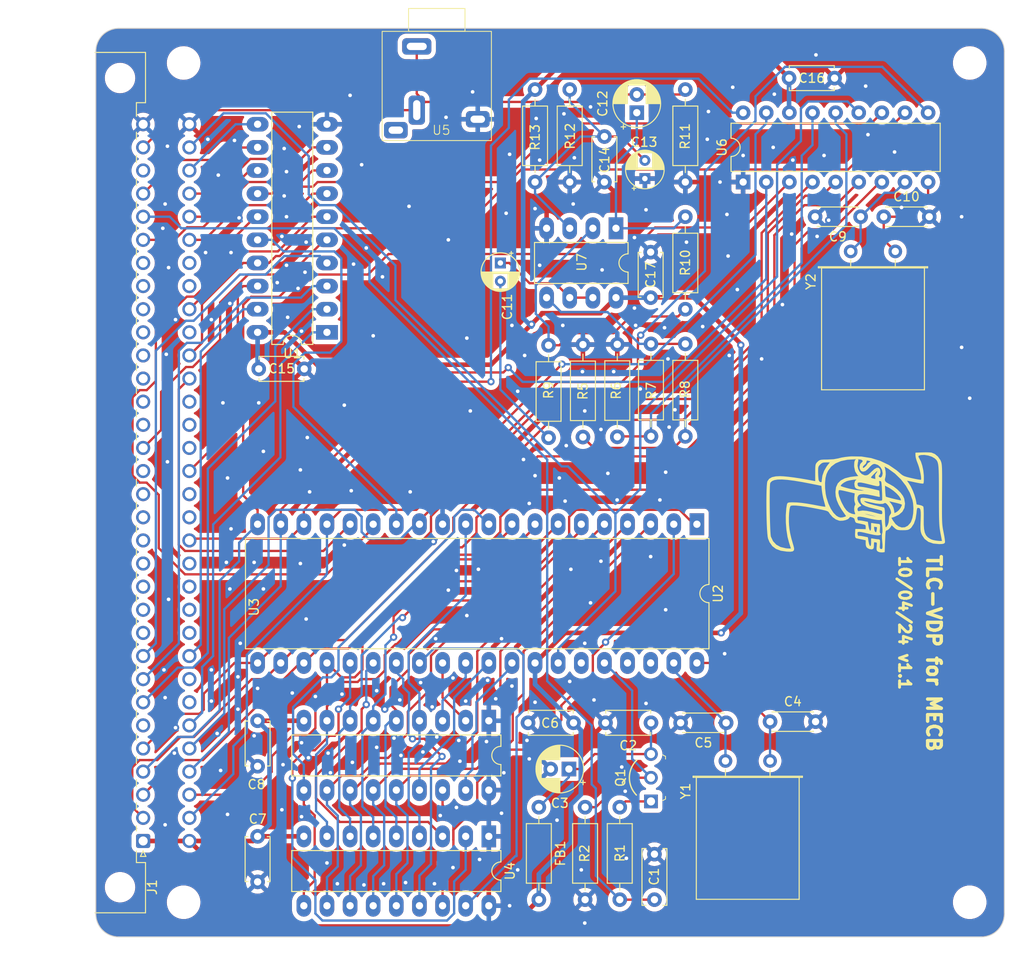
<source format=kicad_pcb>
(kicad_pcb (version 20221018) (generator pcbnew)
  (title_block (title "TLC-VDP for the MECB") (date "10/04/24") (rev "1.1") (company "TLC Stuff"))
  (layers (0 "F.Cu" signal) (31 "B.Cu" signal) (34 "B.Paste" user) (35 "F.Paste" user) (36 "B.SilkS" user "B.Silkscreen") (37 "F.SilkS" user "F.Silkscreen") (38 "B.Mask" user) (39 "F.Mask" user) (44 "Edge.Cuts" user))
  (net 0 "")
  (net 1 "GND")
  (net 2 "+5V")
  (net 3 "Net-(Q1-C)")
  (net 4 "ECB_CLK")
  (net 5 "/ECB_D5")
  (net 6 "/ECB_D6")
  (net 7 "Net-(U2-XTAL2)")
  (net 8 "Net-(U2-XTAL1)")
  (net 9 "ECB_~{IORQ}")
  (net 10 "/ECB_D3")
  (net 11 "/ECB_D4")
  (net 12 "/ECB_A4")
  (net 13 "/ECB_A5")
  (net 14 "/ECB_A6")
  (net 15 "/ECB_A14")
  (net 16 "/ECB_A13")
  (net 17 "ECB_~{NMI}")
  (net 18 "/ECB_D0")
  (net 19 "/ECB_D7")
  (net 20 "/ECB_D2")
  (net 21 "/ECB_A0")
  (net 22 "/ECB_A3")
  (net 23 "/ECB_A7")
  (net 24 "ECB_~{INT}")
  (net 25 "ECB_~{WR}")
  (net 26 "ECB_~{RD}")
  (net 27 "/ECB_D1")
  (net 40 "COMP_VID")
  (net 42 "PCLK")
  (net 45 "/ECB_A11")
  (net 46 "Net-(U6-XIN)")
  (net 47 "ECB_~{MREQ}")
  (net 54 "/ECB_A12")
  (net 56 "/ECB_A15")
  (net 58 "PDATA")
  (net 60 "ECB_~{RESET}")
  (net 61 "COMVID")
  (net 62 "Net-(Q1-E)")
  (net 63 "Net-(U6-XOUT)")
  (net 64 "~{CSR}")
  (net 65 "~{CSW}")
  (net 66 "~{~{RAS}}")
  (net 67 "~{CAS}")
  (net 68 "AD7")
  (net 69 "AD6")
  (net 70 "AD5")
  (net 71 "AD4")
  (net 72 "AD3")
  (net 73 "AD2")
  (net 74 "AD1")
  (net 75 "AD0")
  (net 76 "R{slash}~{W}")
  (net 77 "RD7")
  (net 78 "RD6")
  (net 79 "RD5")
  (net 80 "RD4")
  (net 81 "RD3")
  (net 82 "RD2")
  (net 83 "RD1")
  (net 84 "RD0")
  (net 93 "Net-(U7B--)")
  (net 94 "Net-(C11-Pad2)")
  (net 95 "Net-(C12-Pad1)")
  (net 96 "SND")
  (net 97 "Net-(U7A-+)")
  (net 98 "WO")
  (net 99 "RO")
  (net 100 "Net-(U7B-+)")
  (net 101 "Net-(U7A--)")
  (net 102 "~{CS_SND}")
  (footprint "MountingHole:MountingHole_3.2mm_M3" (layer "F.Cu") (at 192.532 50.419)
    (fp_text reference "H1" hide)
    (fp_text value "MountingHole")
  )
  (footprint "MountingHole:MountingHole_3.2mm_M3" (layer "F.Cu") (at 192.532 142.621)
    (fp_text reference "H2" hide)
    (fp_text value "MountingHole")
  )
  (footprint "Package_DIP:DIP-20_W7.62mm_LongPads" (layer "F.Cu") (at 121.92 80.01 180)
    (fp_text reference "U1")
    (fp_text value "ATF16V8")
  )
  (footprint "MountingHole:MountingHole_3.2mm_M3" (layer "F.Cu") (at 106.172 50.419)
    (fp_text reference "H3" hide)
    (fp_text value "MountingHole")
  )
  (footprint "MountingHole:MountingHole_3.2mm_M3" (layer "F.Cu") (at 106.172 142.621)
    (fp_text reference "H4" hide)
    (fp_text value "MountingHole")
  )
  (footprint "Resistor_THT:R_Axial_DIN0207_L6.3mm_D2.5mm_P10.16mm_Horizontal" (layer "F.Cu") (at 161.29 77.47 90)
    (fp_text reference "R10")
    (fp_text value "100K")
  )
  (footprint "MyCustomFootprintLibrary:DIN41612_C_2x32_C64AC_Male_Horizontal_THT" (layer "F.Cu") (at 101.727 135.89 90)
    (fp_text reference "J1")
    (fp_text value "MECB_64AC")
  )
  (footprint "Resistor_THT:R_Axial_DIN0207_L6.3mm_D2.5mm_P10.16mm_Horizontal" (layer "F.Cu") (at 161.29 53.34 -90)
    (fp_text reference "R11")
    (fp_text value "1K")
  )
  (footprint "Capacitor_THT:C_Disc_D6.0mm_W2.5mm_P5.00mm" (layer "F.Cu") (at 157.898 142.337 90)
    (fp_text reference "C1")
    (fp_text value "470pF")
  )
  (footprint "Crystal:Crystal_HC49-U_Horizontal" (layer "F.Cu") (at 179.457 71.12)
    (fp_text reference "Y2")
    (fp_text value "3.5795Mhz")
  )
  (footprint "Capacitor_THT:CP_Radial_D4.0mm_P2.00mm" (layer "F.Cu") (at 156.845 63.119 90)
    (fp_text reference "C13")
    (fp_text value "1uF")
  )
  (footprint "Capacitor_THT:C_Disc_D4.7mm_W2.5mm_P5.00mm" (layer "F.Cu") (at 114.425 84.025)
    (fp_text reference "C15")
    (fp_text value "100nF")
  )
  (footprint "TLC_Stuff:LOGO_sm" (layer "F.Cu") (at 179.96971 98.652438 -90)
    (fp_text reference "L1" hide)
    (fp_text value "myLogo" hide)
  )
  (footprint "Capacitor_THT:C_Disc_D4.7mm_W2.5mm_P5.00mm" (layer "F.Cu") (at 157.517 122.906 180)
    (fp_text reference "C2")
    (fp_text value "100nF")
  )
  (footprint "Capacitor_THT:CP_Radial_D5.0mm_P2.00mm" (layer "F.Cu") (at 155.956 55.88 90)
    (fp_text reference "C12")
    (fp_text value "10uF")
  )
  (footprint "Capacitor_THT:C_Disc_D4.3mm_W1.9mm_P5.00mm" (layer "F.Cu") (at 170.598 122.779)
    (fp_text reference "C4")
    (fp_text value "27pF")
  )
  (footprint "Capacitor_THT:CP_Radial_D4.0mm_P2.00mm" (layer "F.Cu") (at 140.97 72.39 -90)
    (fp_text reference "C11")
    (fp_text value "1uF")
  )
  (footprint "Crystal:Crystal_HC49-U_Horizontal" (layer "F.Cu") (at 165.698 127.097)
    (fp_text reference "Y1")
    (fp_text value "10.738635 Mhz")
  )
  (footprint "Capacitor_THT:C_Disc_D4.7mm_W2.5mm_P5.00mm" (layer "F.Cu") (at 114.3 122.682 -90)
    (fp_text reference "C8")
    (fp_text value "100nF")
  )
  (footprint "Resistor_THT:R_Axial_DIN0207_L6.3mm_D2.5mm_P10.16mm_Horizontal" (layer "F.Cu") (at 161.29 91.44 90)
    (fp_text reference "R8")
    (fp_text value "4K7")
  )
  (footprint "Capacitor_THT:CP_Radial_D5.0mm_P2.00mm" (layer "F.Cu") (at 148.5 127.986 180)
    (fp_text reference "C3")
    (fp_text value "10uF")
  )
  (footprint "Capacitor_THT:C_Disc_D4.3mm_W1.9mm_P5.00mm" (layer "F.Cu") (at 183.087 67.31)
    (fp_text reference "C10")
    (fp_text value "27pF")
  )
  (footprint "TLC_Stuff:C 6560 s.Audio Socket" (layer "F.Cu") (at 133.985 52.76 180)
    (fp_text reference "U5")
    (fp_text value "~")
  )
  (footprint "Resistor_THT:R_Axial_DIN0207_L6.3mm_D2.5mm_P10.16mm_Horizontal" (layer "F.Cu") (at 146.265 91.59 90)
    (fp_text reference "R9")
    (fp_text value "10K")
  )
  (footprint "Resistor_THT:R_Axial_DIN0207_L6.3mm_D2.5mm_P10.16mm_Horizontal" (layer "F.Cu") (at 148.59 53.34 -90)
    (fp_text reference "R12")
    (fp_text value "1K")
  )
  (footprint "digikey-footprints:TO-92-3_Formed_Leads" (layer "F.Cu") (at 157.517 131.542 90)
    (fp_text reference "Q1")
    (fp_text value "2N4401-AP")
  )
  (footprint "Resistor_THT:R_Axial_DIN0207_L6.3mm_D2.5mm_P10.16mm_Horizontal" (layer "F.Cu") (at 150.04 91.515 90)
    (fp_text reference "R5")
    (fp_text value "2K2")
  )
  (footprint "Resistor_THT:R_Axial_DIN0207_L6.3mm_D2.5mm_P10.16mm_Horizontal" (layer "F.Cu") (at 154.088 132.177 -90)
    (fp_text reference "R1")
    (fp_text value "R33")
  )
  (footprint "Resistor_THT:R_Axial_DIN0207_L6.3mm_D2.5mm_P10.16mm_Horizontal" (layer "F.Cu") (at 145.198 132.177 -90)
    (fp_text reference "FB1")
    (fp_text value "Ferrite Bead")
  )
  (footprint "Resistor_THT:R_Axial_DIN0207_L6.3mm_D2.5mm_P10.16mm_Horizontal" (layer "F.Cu") (at 153.815 91.49 90)
    (fp_text reference "R6")
    (fp_text value "2K2")
  )
  (footprint "Resistor_THT:R_Axial_DIN0207_L6.3mm_D2.5mm_P10.16mm_Horizontal" (layer "F.Cu") (at 150.278 142.337 90)
    (fp_text reference "R2")
    (fp_text value "470")
  )
  (footprint "Capacitor_THT:C_Disc_D4.7mm_W2.5mm_P5.00mm" (layer "F.Cu") (at 149.008 122.906 180)
    (fp_text reference "C6")
    (fp_text value "100nF")
  )
  (footprint "Package_DIP:DIP-18_W7.62mm_LongPads" (layer "F.Cu") (at 139.7 135.382 -90)
    (fp_text reference "U4")
    (fp_text value "TMS4416")
  )
  (footprint "Capacitor_THT:C_Disc_D4.7mm_W2.5mm_P5.00mm" (layer "F.Cu") (at 172.685 52.08)
    (fp_text reference "C16")
    (fp_text value "100nF")
  )
  (footprint "Package_DIP:DIP-40_W15.24mm_LongPads" (layer "F.Cu") (at 162.56 101.092 -90)
    (fp_text reference "U2")
    (fp_text value "TMS9118A")
  )
  (footprint "Capacitor_THT:C_Disc_D4.3mm_W1.9mm_P5.00mm" (layer "F.Cu") (at 180.547 67.31 180)
    (fp_text reference "C9")
    (fp_text value "27pF")
  )
  (footprint "Capacitor_THT:C_Disc_D4.7mm_W2.5mm_P5.00mm" (layer "F.Cu") (at 114.3 135.382 -90)
    (fp_text reference "C7")
    (fp_text value "100nF")
  )
  (footprint "Capacitor_THT:C_Disc_D4.3mm_W1.9mm_P5.00mm" (layer "F.Cu") (at 165.772 122.906 180)
    (fp_text reference "C5")
    (fp_text value "27pF")
  )
  (footprint "Resistor_THT:R_Axial_DIN0207_L6.3mm_D2.5mm_P10.16mm_Horizontal" (layer "F.Cu") (at 157.515 91.44 90)
    (fp_text reference "R7")
    (fp_text value "4K7")
  )
  (footprint "Capacitor_THT:C_Disc_D4.7mm_W2.5mm_P5.00mm" (layer "F.Cu") (at 152.4 58.5 -90)
    (fp_text reference "C14")
    (fp_text value "100nF")
  )
  (footprint "Package_DIP:DIP-18_W7.62mm_LongPads" (layer "F.Cu") (at 139.7 122.682 -90)
    (fp_text reference "U3")
    (fp_text value "TMS4416")
  )
  (footprint "Capacitor_THT:C_Disc_D4.7mm_W2.5mm_P5.00mm" (layer "F.Cu") (at 157.48 76.2 90)
    (fp_text reference "C17")
    (fp_text value "100nF")
  )
  (footprint "Package_DIP:DIP-18_W7.62mm" (layer "F.Cu") (at 167.64 63.5 90)
    (fp_text reference "U6")
    (fp_text value "YM2413")
  )
  (footprint "Package_DIP:DIP-8_W7.62mm_LongPads" (layer "F.Cu") (at 153.67 68.58 -90)
    (fp_text reference "U7")
    (fp_text value "TL072")
  )
  (footprint "Resistor_THT:R_Axial_DIN0207_L6.3mm_D2.5mm_P10.16mm_Horizontal" (layer "F.Cu") (at 144.78 53.34 -90)
    (fp_text reference "R13")
    (fp_text value "1K")
  )
  (gr_arc (start 196.342 143.891) (mid 195.598051 145.687051) (end 193.802 146.431) (stroke (width 0.1)) (layer "Edge.Cuts"))
  (gr_line (start 193.802 46.609) (end 99.06 46.609) (stroke (width 0.1)) (layer "Edge.Cuts"))
  (gr_arc (start 193.802 46.609) (mid 195.598051 47.352949) (end 196.342 49.149) (stroke (width 0.1)) (layer "Edge.Cuts"))
  (gr_line (start 196.342 143.891) (end 196.342 49.149) (stroke (width 0.1)) (layer "Edge.Cuts"))
  (gr_line (start 99.06 146.431) (end 193.802 146.431) (stroke (width 0.1)) (layer "Edge.Cuts"))
  (gr_arc (start 96.52 49.149) (mid 97.263949 47.352949) (end 99.06 46.609) (stroke (width 0.1)) (layer "Edge.Cuts"))
  (gr_line (start 96.52 49.149) (end 96.52 143.891) (stroke (width 0.1)) (layer "Edge.Cuts"))
  (gr_arc (start 99.06 146.431) (mid 97.263949 145.687051) (end 96.52 143.891) (stroke (width 0.1)) (layer "Edge.Cuts"))
  (gr_text "TLC-VDP for MECB" (at 187.706 104.267 270) (layer "F.SilkS") (effects (font (size 1.5 1.5) (thickness 0.375) bold) (justify left bottom)))
  (gr_text "10/04/24 v1.1" (at 184.656 104.392 270) (layer "F.SilkS") (effects (font (size 1.25 1.25) (thickness 0.3125) bold) (justify left bottom)))
  (via (at 191.643 81.661) (size 0.8) (drill 0.4) (layers "F.Cu" "B.Cu") (net 1))
  (via (at 175.641 49.53) (size 0.8) (drill 0.4) (layers "F.Cu" "B.Cu") (net 1))
  (via (at 160.147 88.519) (size 0.8) (drill 0.4) (layers "F.Cu" "B.Cu") (net 1))
  (via (at 126.238 70.739) (size 0.8) (drill 0.4) (layers "F.Cu" "B.Cu") (net 1))
  (via (at 144.78 95.758) (size 0.8) (drill 0.4) (layers "F.Cu" "B.Cu") (net 1))
  (via (at 135.001 56.388) (size 0.8) (drill 0.4) (layers "F.Cu" "B.Cu") (net 1))
  (via (at 135.255 69.85) (size 0.8) (drill 0.4) (layers "F.Cu" "B.Cu") (net 1))
  (via (at 123.063 140.589) (size 0.8) (drill 0.4) (layers "F.Cu" "B.Cu") (net 1))
  (via (at 159.131 110.49) (size 0.8) (drill 0.4) (layers "F.Cu" "B.Cu") (net 1))
  (via (at 116.459 74.549) (size 0.8) (drill 0.4) (layers "F.Cu" "B.Cu") (net 1))
  (via (at 111.252 108.204) (size 0.8) (drill 0.4) (layers "F.Cu" "B.Cu") (net 1))
  (via (at 143.891 124.841) (size 0.8) (drill 0.4) (layers "F.Cu" "B.Cu") (net 1))
  (via (at 135.255 108.331) (size 0.8) (drill 0.4) (layers "F.Cu" "B.Cu") (net 1))
  (via (at 150.876 55.245) (size 0.8) (drill 0.4) (layers "F.Cu" "B.Cu") (net 1))
  (via (at 112.141 121.412) (size 0.8) (drill 0.4) (layers "F.Cu" "B.Cu") (net 1))
  (via (at 122.301 128.397) (size 0.8) (drill 0.4) (layers "F.Cu" "B.Cu") (net 1))
  (via (at 142.875 86.487) (size 0.8) (drill 0.4) (layers "F.Cu" "B.Cu") (net 1))
  (via (at 129.286 124.587) (size 0.8) (drill 0.4) (layers "F.Cu" "B.Cu") (net 1))
  (via (at 166.497 53.086) (size 0.8) (drill 0.4) (layers "F.Cu" "B.Cu") (net 1))
  (via (at 117.221 59.817) (size 0.8) (drill 0.4) (layers "F.Cu" "B.Cu") (net 1))
  (via (at 138.557 106.045) (size 0.8) (drill 0.4) (layers "F.Cu" "B.Cu") (net 1))
  (via (at 171.069 53.848) (size 0.8) (drill 0.4) (layers "F.Cu" "B.Cu") (net 1))
  (via (at 150.241 144.907) (size 0.8) (drill 0.4) (layers "F.Cu" "B.Cu") (net 1))
  (via (at 113.919 124.333) (size 0.8) (drill 0.4) (layers "F.Cu" "B.Cu") (net 1))
  (via (at 130.937 66.167) (size 0.8) (drill 0.4) (layers "F.Cu" "B.Cu") (net 1))
  (via (at 118.11 119.634) (size 0.8) (drill 0.4) (layers "F.Cu" "B.Cu") (net 1))
  (via (at 117.475 67.31) (size 0.8) (drill 0.4) (layers "F.Cu" "B.Cu") (net 1))
  (via (at 165.989 71.628) (size 0.8) (drill 0.4) (layers "F.Cu" "B.Cu") (net 1))
  (via (at 105.156 126.238) (size 0.8) (drill 0.4) (layers "F.Cu" "B.Cu") (net 1))
  (via (at 145.288 72.644) (size 0.8) (drill 0.4) (layers "F.Cu" "B.Cu") (net 1))
  (via (at 103.886 68.58) (size 0.8) (drill 0.4) (layers "F.Cu" "B.Cu") (net 1))
  (via (at 118.999 95.123) (size 0.8) (drill 0.4) (layers "F.Cu" "B.Cu") (net 1))
  (via (at 135.763 138.811) (size 0.8) (drill 0.4) (layers "F.Cu" "B.Cu") (net 1))
  (via (at 147.828 79.248) (size 0.8) (drill 0.4) (layers "F.Cu" "B.Cu") (net 1))
  (via (at 166.116 82.55) (size 0.8) (drill 0.4) (layers "F.Cu" "B.Cu") (net 1))
  (via (at 110.871 105.283) (size 0.8) (drill 0.4) (layers "F.Cu" "B.Cu") (net 1))
  (via (at 136.144 132.207) (size 0.8) (drill 0.4) (layers "F.Cu" "B.Cu") (net 1))
  (via (at 137.668 88.646) (size 0.8) (drill 0.4) (layers "F.Cu" "B.Cu") (net 1))
  (via (at 169.672 82.931) (size 0.8) (drill 0.4) (layers "F.Cu" "B.Cu") (net 1))
  (via (at 104.267 82.423) (size 0.8) (drill 0.4) (layers "F.Cu" "B.Cu") (net 1))
  (via (at 155.702 69.596) (size 0.8) (drill 0.4) (layers "F.Cu" "B.Cu") (net 1))
  (via (at 148.209 92.456) (size 0.8) (drill 0.4) (layers "F.Cu" "B.Cu") (net 1))
  (via (at 112.395 114.173) (size 0.8) (drill 0.4) (layers "F.Cu" "B.Cu") (net 1))
  (via (at 109.22 117.094) (size 0.8) (drill 0.4) (layers "F.Cu" "B.Cu") (net 1))
  (via (at 136.398 124.841) (size 0.8) (drill 0.4) (layers "F.Cu" "B.Cu") (net 1))
  (via (at 152.781 95.504) (size 0.8) (drill 0.4) (layers "F.Cu" "B.Cu") (net 1))
  (via (at 133.731 140.589) (size 0.8) (drill 0.4) (layers "F.Cu" "B.Cu") (net 1))
  (via (at 138.684 137.922) (size 0.8) (drill 0.4) (layers "F.Cu" "B.Cu") (net 1))
  (via (at 104.394 94.234) (size 0.8) (drill 0.4) (layers "F.Cu" "B.Cu") (net 1))
  (via (at 191.643 67.31) (size 0.8) (drill 0.4) (layers "F.Cu" "B.Cu") (net 1))
  (via (at 119.888 126.746) (size 0.8) (drill 0.4) (layers "F.Cu" "B.Cu") (net 1))
  (via (at 141.605 66.929) (size 0.8) (drill 0.4) (layers "F.Cu" "B.Cu") (net 1))
  (via (at 156.337 86.233) (size 0.8) (drill 0.4) (layers "F.Cu" "B.Cu") (net 1))
  (via (at 104.013 117.094) (size 0.8) (drill 0.4) (layers "F.Cu" "B.Cu") (net 1))
  (via (at 159.385 82.931) (size 0.8) (drill 0.4) (layers "F.Cu" "B.Cu") (net 1))
  (via (at 159.004 79.502) (size 0.8) (drill 0.4) (layers "F.Cu" "B.Cu") (net 1))
  (via (at 114.3 119.126) (size 0.8) (drill 0.4) (layers "F.Cu" "B.Cu") (net 1))
  (via (at 139.573 118.237) (size 0.8) (drill 0.4) (layers "F.Cu" "B.Cu") (net 1))
  (via (at 111.379 101.6) (size 0.8) (drill 0.4) (layers "F.Cu" "B.Cu") (net 1))
  (via (at 104.521 109.347) (size 0.8) (drill 0.4) (layers "F.Cu" "B.Cu") (net 1))
  (via (at 140.462 120.269) (size 0.8) (drill 0.4) (layers "F.Cu" "B.Cu") (net 1))
  (via (at 149.987 84.328) (size 0.8) (drill 0.4) (layers "F.Cu" "B.Cu") (net 1))
  (via (at 116.967 132.461) (size 0.8) (drill 0.4) (layers "F.Cu" "B.Cu") (net 1))
  (via (at 167.64 60.579) (size 0.8) (drill 0.4) (layers "F.Cu" "B.Cu") (net 1))
  (via (at 153.416 84.328) (size 0.8) (drill 0.4) (layers "F.Cu" "B.Cu") (net 1))
  (via (at 141.097 132.842) (size 0.8) (drill 0.4) (layers "F.Cu" "B.Cu") (net 1))
  (via (at 172.974 69.215) (size 0.8) (drill 0.4) (layers "F.Cu" "B.Cu") (net 1))
  (via (at 148.717 106.045) (size 0.8) (drill 0.4) (layers "F.Cu" "B.Cu") (net 1))
  (via (at 170.942 59.69) (size 0.8) (drill 0.4) (layers "F.Cu" "B.Cu") (net 1))
  (via (at 181.102 52.959) (size 0.8) (drill 0.4) (layers "F.Cu" "B.Cu") (net 1))
  (via (at 141.986 143.002) (size 0.8) (drill 0.4) (layers "F.Cu" "B.Cu") (net 1))
  (via (at 141.097 113.665) (size 0.8) (drill 0.4) (layers "F.Cu" "B.Cu") (net 1))
  (via (at 127.381 119.38) (size 0.8) (drill 0.4) (layers "F.Cu" "B.Cu") (net 1))
  (via (at 111.252 76.835) (size 0.8) (drill 0.4) (layers "F.Cu" "B.Cu") (net 1))
  (via (at 127 80.391) (size 0.8) (drill 0.4) (layers "F.Cu" "B.Cu") (net 1))
  (via (at 125.984 140.716) (size 0.8) (drill 0.4) (layers "F.Cu" "B.Cu") (net 1))
  (via (at 150.241 114.173) (size 0.8) (drill 0.4) (layers "F.Cu" "B.Cu") (net 1))
  (via (at 148.082 98.552) (size 0.8) (drill 0.4) (layers "F.Cu" "B.Cu") (net 1))
  (via (at 154.686 130.429) (size 0.8) (drill 0.4) (layers "F.Cu" "B.Cu") (net 1))
  (via (at 142.875 139.065) (size 0.8) (drill 0.4) (layers "F.Cu" "B.Cu") (net 1))
  (via (at 131.064 97.536) (size 0.8) (drill 0.4) (layers "F.Cu" "B.Cu") (net 1))
  (via (at 159.512 90.424) (size 0.8) (drill 0.4) (layers "F.Cu" "B.Cu") (net 1))
  (via (at 144.145 126.873) (size 0.8) (drill 0.4) (layers "F.Cu" "B.Cu") (net 1))
  (via (at 163.83 55.753) (size 0.8) (drill 0.4) (layers "F.Cu" "B.Cu") (net 1))
  (via (at 120.015 97.536) (size 0.8) (drill 0.4) (layers "F.Cu" "B.Cu") (net 1))
  (via (at 109.22 78.613) (size 0.8) (drill 0.4) (layers "F.Cu" "B.Cu") (net 1))
  (via (at 139.446 124.968) (size 0.8) (drill 0.4) (layers "F.Cu" "B.Cu") (net 1))
  (via (at 137.16 120.523) (size 0.8) (drill 0.4) (layers "F.Cu" "B.Cu") (net 1))
  (via (at 117.602 78.359) (size 0.8) (drill 0.4) (layers "F.Cu" "B.Cu") (net 1))
  (via (at 165.1 63.5) (size 0.8) (drill 0.4) (layers "F.Cu" "B.Cu") (net 1))
  (via (at 141.986 60.452) (size 0.8) (drill 0.4) (layers "F.Cu" "B.Cu") (net 1))
  (via (at 151.257 120.396) (size 0.8) (drill 0.4) (layers "F.Cu" "B.Cu") (net 1))
  (via (at 111.76 58.928) (size 0.8) (drill 0.4) (layers "F.Cu" "B.Cu") (net 1))
  (via (at 147.955 56.007) (size 0.8) (drill 0.4) (layers "F.Cu" "B.Cu") (net 1))
  (via (at 137.922 53.594) (size 0.8) (drill 0.4) (layers "F.Cu" "B.Cu") (net 1))
  (via (at 119.126 133.223) (size 0.8) (drill 0.4) (layers "F.Cu" "B.Cu") (net 1))
  (via (at 111.379 71.247) (size 0.8) (drill 0.4) (layers "F.Cu" "B.Cu") (net 1))
  (via (at 133.985 124.46) (size 0.8) (drill 0.4) (layers "F.Cu" "B.Cu") (net 1))
  (via (at 123.825 88.011) (size 0.8) (drill 0.4) (layers "F.Cu" "B.Cu") (net 1))
  (via (at 113.919 105.283) (size 0.8) (drill 0.4) (layers "F.Cu" "B.Cu") (net 1))
  (via (at 150.241 88.646) (size 0.8) (drill 0.4) (layers "F.Cu" "B.Cu") (net 1))
  (via (at 137.287 111.125) (size 0.8) (drill 0.4) (layers "F.Cu" "B.Cu") (net 1))
  (via (at 149.098 60.833) (size 0.8) (drill 0.4) (layers "F.Cu" "B.Cu") (net 1))
  (via (at 121.92 138.303) (size 0.8) (drill 0.4) (layers "F.Cu" "B.Cu") (net 1))
  (via (at 117.475 72.644) (size 0.8) (drill 0.4) (layers "F.Cu" "B.Cu") (net 1))
  (via (at 124.841 72.517) (size 0.8) (drill 0.4) (layers "F.Cu" "B.Cu") (net 1))
  (via (at 145.288 61.087) (size 0.8) (drill 0.4) (layers "F.Cu" "B.Cu") (net 1))
  (via (at 152.019 90.678) (size 0.8) (drill 0.4) (layers "F.Cu" "B.Cu") (net 1))
  (via (at 163.195 79.375) (size 0.8) (drill 0.4) (layers "F.Cu" "B.Cu") (net 1))
  (via (at 123.571 119.761) (size 0.8) (drill 0.4) (layers "F.Cu" "B.Cu") (net 1))
  (via (at 152.146 73.152) (size 0.8) (drill 0.4) (layers "F.Cu" "B.Cu") (net 1))
  (via (at 110.998 96.012) (size 0.8) (drill 0.4) (layers "F.Cu" "B.Cu") (net 1))
  (via (at 109.22 120.523) (size 0.8) (drill 0.4) (layers "F.Cu" "B.Cu") (net 1))
  (via (at 114.427 87.757) (size 0.8) (drill 0.4) (layers "F.Cu" "B.Cu") (net 1))
  (via (at 142.24 79.248) (size 0.8) (drill 0.4) (layers "F.Cu" "B.Cu") (net 1))
  (via (at 149.86 139.065) (size 0.8) (drill 0.4) (layers "F.Cu" "B.Cu") (net 1))
  (via (at 192.532 87.249) (size 0.8) (drill 0.4) (layers "F.Cu" "B.Cu") (net 1))
  (via (at 148.971 65.913) (size 0.8) (drill 0.4) (layers "F.Cu" "B.Cu") (net 1))
  (via (at 176.53 60.579) (size 0.8) (drill 0.4) (layers "F.Cu" "B.Cu") (net 1))
  (via (at 173.101 61.087) (size 0.8) (drill 0.4) (layers "F.Cu" "B.Cu") (net 1))
  (via (at 110.49 87.757) (size 0.8) (drill 0.4) (layers "F.Cu" "B.Cu") (net 1))
  (via (at 119.126 79.883) (size 0.8) (drill 0.4) (layers "F.Cu" "B.Cu") (net 1))
  (via (at 120.65 120.015) (size 0.8) (drill 0.4) (layers "F.Cu" "B.Cu") (net 1))
  (via (at 109.982 62.738) (size 0.8) (drill 0.4) (layers "F.Cu" "B.Cu") (net 1))
  (via (at 114.935 93.091) (size 0.8) (drill 0.4) (layers "F.Cu" "B.Cu") (net 1))
  (via (at 108.839 58.801) (size 0.8) (drill 0.4) (layers "F.Cu" "B.Cu") (net 1))
  (via (at 133.858 113.665) (size 0.8) (drill 0.4) (layers "F.Cu" "B.Cu") (net 1))
  (via (at 136.525 127.127) (size 0.8) (drill 0.4) (layers "F.Cu" "B.Cu") (net 1))
  (via (at 114.935 108.204) (size 0.8) (drill 0.4) (layers "F.Cu" "B.Cu") (net 1))
  (via (at 119.126 125.095) (size 0.8) (drill 0.4) (layers "F.Cu" "B.Cu") (net 1))
  (via (at 119.634 70.104) (size 0.8) (drill 0.4) (layers "F.Cu" "B.Cu") (net 1))
  (via (at 130.048 126.492) (size 0.8) (drill 0.4) (layers "F.Cu" "B.Cu") (net 1))
  (via (at 132.461 126.111) (size 0.8) (drill 0.4) (layers "F.Cu" "B.Cu") (net 1))
  (via (at 104.521 72.898) (size 0.8) (drill 0.4) (layers "F.Cu" "B.Cu") (net 1))
  (via (at 104.394 59.563) (size 0.8) (drill 0.4) (layers "F.Cu" "B.Cu") (net 1))
  (via (at 133.604 102.997) (size 0.8) (drill 0.4) (layers "F.Cu" "B.Cu") (net 1))
  (via (at 155.829 79.248) (size 0.8) (drill 0.4) (layers "F.Cu" "B.Cu") (net 1))
  (via (at 110.998 132.969) (size 0.8) (drill 0.4) (layers "F.Cu" "B.Cu") (net 1))
  (via (at 129.921 120.396) (size 0.8) (drill 0.4) (layers "F.Cu" "B.Cu") (net 1))
  (via (at 152.019 105.156) (size 0.8) (drill 0.4) (layers "F.Cu" "B.Cu") (net 1))
  (via (at 112.141 117.856) (size 0.8) (drill 0.4) (layers "F.Cu" "B.Cu") (net 1))
  (via (at 118.745 75.184) (size 0.8) (drill 0.4) (layers "F.Cu" "B.Cu") (net 1))
  (via (at 167.005 75.311) (size 0.8) (drill 0.4) (layers "F.Cu" "B.Cu") (net 1))
  (via (at 125.73 61.595) (size 0.8) (drill 0.4) (layers "F.Cu" "B.Cu") (net 1))
  (via (at 185.039 66.294) (size 0.8) (drill 0.4) (layers "F.Cu" "B.Cu") (net 1))
  (via (at 144.145 98.806) (size 0.8) (drill 0.4) (layers "F.Cu" "B.Cu") (net 1))
  (via (at 135.763 117.983) (size 0.8) (drill 0.4) (layers "F.Cu" "B.Cu") (net 1))
  (via (at 124.46 53.975) (size 0.8) (drill 0.4) (layers "F.Cu" "B.Cu") (net 1))
  (via (at 124.714 127.254) (size 0.8) (drill 0.4) (layers "F.Cu" "B.Cu") (net 1))
  (via (at 104.14 65.913) (size 0.8) (drill 0.4) (layers "F.Cu" "B.Cu") (net 1))
  (via (at 153.797 98.425) (size 0.8) (drill 0.4) (layers "F.Cu" "B.Cu") (net 1))
  (via (at 144.78 66.421) (size 0.8) (drill 0.4) (layers "F.Cu" "B.Cu") (net 1))
  (via (at 128.016 73.914) (size 0.8) (drill 0.4) (layers "F.Cu" "B.Cu") (net 1))
  (via (at 109.855 124.079) (size 0.8) (drill 0.4) (layers "F.Cu" "B.Cu") (net 1))
  (via (at 142.24 118.872) (size 0.8) (drill 0.4) (layers "F.Cu" "B.Cu") (net 1))
  (via (at 124.587 97.409) (size 0.8) (drill 0.4) (layers "F.Cu" "B.Cu") (net 1))
  (via (at 119.634 111.506) (size 0.8) (drill 0.4) (layers "F.Cu" "B.Cu") (net 1))
  (via (at 143.637 82.55) (size 0.8) (drill 0.4) (layers "F.Cu" "B.Cu") (net 1))
  (via (at 134.366 133.096) (size 0.8) (drill 0.4) (layers "F.Cu" "B.Cu") (net 1))
  (via (at 158.496 98.425) (size 0.8) (drill 0.4) (layers "F.Cu" "B.Cu") (net 1))
  (via (at 133.477 121.158) (size 0.8) (drill 0.4) (layers "F.Cu" "B.Cu") (net 1))
  (via (at 184.277 60.198) (size 0.8) (drill 0.4) (layers "F.Cu" "B.Cu") (net 1))
  (via (at 177.038 67.691) (size 0.8) (drill 0.4) (layers "F.Cu" "B.Cu") (net 1))
  (via (at 128.143 140.589) (size 0.8) (drill 0.4) (layers "F.Cu" "B.Cu") (net 1))
  (via (at 117.094 127.508) (size 0.8) (drill 0.4) (layers "F.Cu" "B.Cu") (net 1))
  (via (at 147.193 133.604) (size 0.8) (drill 0.4) (layers "F.Cu" "B.Cu") (net 1))
  (via (at 156.972 66.548) (size 0.8) (drill 0.4) (layers "F.Cu" "B.Cu") (net 1))
  (via (at 123.825 103.378) (size 0.8) (drill 0.4) (layers "F.Cu" "B.Cu") (net 1))
  (via (at 105.283 123.444) (size 0.8) (drill 0.4) (layers "F.Cu" "B.Cu") (net 1))
  (via (at 117.475 62.357) (size 0.8) (drill 0.4) (layers "F.Cu" "B.Cu") (net 1))
  (via (at 150.876 109.728) (size 0.8) (drill 0.4) (layers "F.Cu" "B.Cu") (net 1))
  (via (at 119.507 73.406) (size 0.8) (drill 0.4) (layers "F.Cu" "B.Cu") (net 1))
  (via (at 157.48 104.648) (size 0.8) (drill 0.4) (layers "F.Cu" "B.Cu") (net 1))
  (via (at 143.51 93.98) (size 0.8) (drill 0.4) (layers "F.Cu" "B.Cu") (net 1))
  (via (at 118.999 105.41) (size 0.8) (drill 0.4) (layers "F.Cu" "B.Cu") (net 1))
  (via (at 141.351 128.397) (size 0.8) (drill 0.4) (layers "F.Cu" "B.Cu") (net 1))
  (via (at 108.585 71.247) (size 0.8) (drill 0.4) (layers "F.Cu" "B.Cu") (net 1))
  (via (at 165.862 67.056) (size 0.8) (drill 0.4) (layers "F.Cu" "B.Cu") (net 1))
  (via (at 132.207 118.491) (size 0.8) (drill 0.4) (layers "F.Cu" "B.Cu") (net 1))
  (via (at 136.144 106.172) (size 0.8) (drill 0.4) (layers "F.Cu" "B.Cu") (net 1))
  (via (at 147.447 96.012) (size 0.8) (drill 0.4) (layers "F.Cu" "B.Cu") (net 1))
  (via (at 117.221 65.024) (size 0.8) (drill 0.4) (layers "F.Cu" "B.Cu") (net 1))
  (via (at 122.047 126.238) (size 0.8) (drill 0.4) (layers "F.Cu" "B.Cu") (net 1))
  (via (at 130.556 140.462) (size 0.8) (drill 0.4) (layers "F.Cu" "B.Cu") (net 1))
  (via (at 154.813 137.795) (size 0.8) (drill 0.4) (layers "F.Cu" "B.Cu") (net 1))
  (via (at 159.131 95.377) (size 0.8) (drill 0.4) (layers "F.Cu" "B.Cu") (net 1))
  (via (at 154.305 127.762) (size 0.8) (drill 0.4) (layers "F.Cu" "B.Cu") (net 1))
  (via (at 148.59 118.364) (size 0.8) (drill 0.4) (layers "F.Cu" "B.Cu") (net 1))
  (via (at 144.78 120.65) (size 0.8) (drill 0.4) (layers "F.Cu" "B.Cu") (net 1))
  (via (at 104.14 120.142) (size 0.8) (drill 0.4) (layers "F.Cu" "B.Cu") (net 1))
  (via (at 127.381 125.603) (size 0.8) (drill 0.4) (layers "F.Cu" "B.Cu") (net 1))
  (via (at 155.702 77.343) (size 0.8) (drill 0.4) (layers "F.Cu" "B.Cu") (net 1))
  (via (at 112.268 67.437) (size 0.8) (drill 0.4) (layers "F.Cu" "B.Cu") (net 1))
  (via (at 116.967 69.469) (size 0.8) (drill 0.4) (layers "F.Cu" "B.Cu") (net 1))
  (via (at 118.872 57.404) (size 0.8) (drill 0.4) (layers "F.Cu" "B.Cu") (net 1))
  (via (at 128.27 121.412) (size 0.8) (drill 0.4) (layers "F.Cu" "B.Cu") (net 1))
  (via (at 104.14 134.112) (size 0.8) (drill 0.4) (layers "F.Cu" "B.Cu") (net 1))
  (via (at 171.958 76.962) (size 0.8) (drill 0.4) (layers "F.Cu" "B.Cu") (net 1))
  (via (at 119.761 91.567) (size 0.8) (drill 0.4) (layers "F.Cu" "B.Cu") (net 1))
  (via (at 165.608 115.316) (size 0.8) (drill 0.4) (layers "F.Cu" "B.Cu") (net 1))
  (via (at 163.703 58.801) (size 0.8) (drill 0.4) (layers "F.Cu" "B.Cu") (net 1))
  (via (at 156.972 120.777) (size 0.8) (drill 0.4) (layers "F.Cu" "B.Cu") (net 1))
  (via (at 175.768 69.469) (size 0.8) (drill 0.4) (layers "F.Cu" "B.Cu") (net 1))
  (via (at 137.287 80.645) (size 0.8) (drill 0.4) (layers "F.Cu" "B.Cu") (net 1))
  (via (at 161.417 70.104) (size 0.8) (drill 0.4) (layers "F.Cu" "B.Cu") (net 1))
  (via (at 144.907 56.515) (size 0.8) (drill 0.4) (layers "F.Cu" "B.Cu") (net 1))
  (via (at 181.356 58.293) (size 0.8) (drill 0.4) (layers "F.Cu" "B.Cu") (net 1))
  (via (at 110.236 128.143) (size 0.8) (drill 0.4) (layers "F.Cu" "B.Cu") (net 1))
  (via (at 105.283 78.613) (size 0.8) (drill 0.4) (layers "F.Cu" "B.Cu") (net 1))
  (segment (start 151.962 77.908) (end 145.542 77.908) (width 0.508) (layer "F.Cu") (net 2))
  (segment (start 147.828 50.292) (end 144.78 53.34) (width 0.508) (layer "F.Cu") (net 2))
  (segment (start 120.816 83.566) (end 139.954 83.566) (width 0.508) (layer "F.Cu") (net 2))
  (segment (start 106.807 135.89) (end 116.205 145.288) (width 0.508) (layer "F.Cu") (net 2))
  (segment (start 148.082 113.03) (end 144.78 116.332) (width 0.508) (layer "F.Cu") (net 2))
  (segment (start 170.897 50.292) (end 147.828 50.292) (width 0.508) (layer "F.Cu") (net 2))
  (segment (start 139.954 83.566) (end 144.399 79.121) (width 0.508) (layer "F.Cu") (net 2))
  (segment (start 145.542 77.908) (end 145.542 77.978) (width 0.508) (layer "F.Cu") (net 2))
  (segment (start 167.513 81.407) (end 167.386 81.28) (width 0.508) (layer "F.Cu") (net 2))
  (segment (start 157.48 76.2) (end 157.518 76.162) (width 0.508) (layer "F.Cu") (net 2))
  (segment (start 142.247 145.288) (end 145.198 142.337) (width 0.508) (layer "F.Cu") (net 2))
  (segment (start 101.727 135.89) (end 106.807 135.89) (width 0.508) (layer "F.Cu") (net 2))
  (segment (start 114.3 122.682) (end 119.38 122.682) (width 0.508) (layer "F.Cu") (net 2))
  (segment (start 114.3 80.01) (end 117.26 80.01) (width 0.508) (layer "F.Cu") (net 2))
  (segment (start 113.792 135.89) (end 114.3 135.382) (width 0.508) (layer "F.Cu") (net 2))
  (segment (start 165.227 113.03) (end 148.082 113.03) (width 0.508) (layer "F.Cu") (net 2))
  (segment (start 145.542 77.978) (end 144.399 79.121) (width 0.508) (layer "F.Cu") (net 2))
  (segment (start 153.67 76.2) (end 151.962 77.908) (width 0.508) (layer "F.Cu") (net 2))
  (segment (start 167.386 81.407) (end 167.513 81.407) (width 0.508) (layer "F.Cu") (net 2))
  (segment (start 116.205 145.288) (end 142.247 145.288) (width 0.508) (layer "F.Cu") (net 2))
  (segment (start 114.3 135.382) (end 119.38 135.382) (width 0.508) (layer "F.Cu") (net 2))
  (segment (start 167.386 81.28) (end 167.386 81.407) (width 0.508) (layer "F.Cu") (net 2))
  (segment (start 117.26 80.01) (end 120.816 83.566) (width 0.508) (layer "F.Cu") (net 2))
  (segment (start 162.268 76.162) (end 167.386 81.28) (width 0.508) (layer "F.Cu") (net 2))
  (segment (start 172.685 52.08) (end 170.897 50.292) (width 0.508) (layer "F.Cu") (net 2))
  (segment (start 157.518 76.162) (end 162.268 76.162) (width 0.508) (layer "F.Cu") (net 2))
  (segment (start 106.807 135.89) (end 113.792 135.89) (width 0.508) (layer "F.Cu") (net 2))
  (via (at 167.386 81.407) (size 0.8) (drill 0.4) (layers "F.Cu" "B.Cu") (net 2))
  (via (at 165.227 113.03) (size 0.8) (drill 0.4) (layers "F.Cu" "B.Cu") (net 2))
  (via (at 144.399 79.121) (size 0.8) (drill 0.4) (layers "F.Cu" "B.Cu") (net 2))
  (segment (start 115.608 123.99) (end 114.3 122.682) (width 0.508) (layer "B.Cu") (net 2))
  (segment (start 167.386 110.871) (end 165.227 113.03) (width 0.508) (layer "B.Cu") (net 2))
  (segment (start 143.472 54.648) (end 143.472 78.448) (width 0.508) (layer "B.Cu") (net 2))
  (segment (start 148.717 131.888) (end 148.717 136.017) (width 0.508) (layer "B.Cu") (net 2))
  (segment (start 144.399 79.121) (end 144.399 79.375) (width 0.508) (layer "B.Cu") (net 2))
  (segment (start 167.386 81.407) (end 167.386 110.871) (width 0.508) (layer "B.Cu") (net 2))
  (segment (start 143.472 78.448) (end 144.145 79.121) (width 0.508) (layer "B.Cu") (net 2))
  (segment (start 145.198 139.536) (end 145.198 142.337) (width 0.508) (layer "B.Cu") (net 2))
  (segment (start 144.78 53.34) (end 143.472 54.648) (width 0.508) (layer "B.Cu") (net 2))
  (segment (start 114.3 135.382) (end 115.608 134.074) (width 0.508) (layer "B.Cu") (net 2))
  (segment (start 172.685 52.08) (end 172.685 55.845) (width 0.508) (layer "B.Cu") (net 2))
  (segment (start 144.399 79.375) (end 144.145 79.121) (width 0.508) (layer "B.Cu") (net 2))
  (segment (start 172.685 55.845) (end 172.72 55.88) (width 0.508) (layer "B.Cu") (net 2))
  (segment (start 144.78 118.678) (end 144.78 116.332) (width 0.508) (layer "B.Cu") (net 2))
  (segment (start 114.3 80.01) (end 114.3 83.9) (width 0.508) (layer "B.Cu") (net 2))
  (segment (start 115.608 134.074) (end 115.608 123.99) (width 0.508) (layer "B.Cu") (net 2))
  (segment (start 144.145 79.121) (end 144.399 79.121) (width 0.508) (layer "B.Cu") (net 2))
  (segment (start 149.808 130.797) (end 149.808 123.706) (width 0.508) (layer "B.Cu") (net 2))
  (segment (start 148.717 136.017) (end 145.198 139.536) (width 0.508) (layer "B.Cu") (net 2))
  (segment (start 149.808 130.797) (end 148.717 131.888) (width 0.508) (layer "B.Cu") (net 2))
  (segment (start 149.008 122.906) (end 144.78 118.678) (width 0.508) (layer "B.Cu") (net 2))
  (segment (start 114.3 83.9) (end 114.425 84.025) (width 0.508) (layer "B.Cu") (net 2))
  (segment (start 149.808 123.706) (end 149.008 122.906) (width 0.508) (layer "B.Cu") (net 2))
  (segment (start 157.48 76.2) (end 153.67 76.2) (width 0.508) (layer "B.Cu") (net 2))
  (segment (start 148.5 127.986) (end 149.6829 127.986) (width 0.254) (layer "F.Cu") (net 3))
  (segment (start 157.517 126.342) (end 151.3269 126.342) (width 0.254) (layer "F.Cu") (net 3))
  (segment (start 151.3269 126.342) (end 149.6829 127.986) (width 0.254) (layer "F.Cu") (net 3))
  (segment (start 148.5 127.986) (end 148.5 128.875) (width 0.254) (layer "B.Cu") (net 3))
  (segment (start 148.5 128.875) (end 145.198 132.177) (width 0.254) (layer "B.Cu") (net 3))
  (segment (start 157.517 126.342) (end 157.517 122.906) (width 0.254) (layer "B.Cu") (net 3))
  (segment (start 119.0671 60.96) (end 113.499814 60.96) (width 0.254) (layer "F.Cu") (net 4))
  (segment (start 109.689814 64.77) (end 106.807 64.77) (width 0.254) (layer "F.Cu") (net 4))
  (segment (start 120.3371 59.69) (end 119.0671 60.96) (width 0.254) (layer "F.Cu") (net 4))
  (segment (start 113.499814 60.96) (end 109.689814 64.77) (width 0.254) (layer "F.Cu") (net 4))
  (segment (start 121.92 59.69) (end 120.3371 59.69) (width 0.254) (layer "F.Cu") (net 4))
  (segment (start 102.375 127) (end 102.3748 127.0002) (width 0.254) (layer "F.Cu") (net 5))
  (segment (start 119.3544 113.8176) (end 123.974 113.8176) (width 0.254) (layer "F.Cu") (net 5))
  (segment (start 161.0944 89.6229) (end 170.34871 80.36859) (width 0.254) (layer "F.Cu") (net 5))
  (segment (start 170.34871 69.12971) (end 174.47621 65.00221) (width 0.254) (layer "F.Cu") (net 5))
  (segment (start 107.315 124.46) (end 113.665 118.11) (width 0.254) (layer "F.Cu") (net 5))
  (segment (start 135.8029 100.3573) (end 146.5373 89.6229) (width 0.254) (layer "F.Cu") (net 5))
  (segment (start 176.29779 65.00221) (end 177.8 63.5) (width 0.254) (layer "F.Cu") (net 5))
  (segment (start 107.315 124.46) (end 105.829499 124.46) (width 0.254) (layer "F.Cu") (net 5))
  (segment (start 116.84 116.332) (end 115.062 118.11) (width 0.254) (layer "F.Cu") (net 5))
  (segment (start 100.5303 132.1533) (end 101.727 133.35) (width 0.254) (layer "F.Cu") (net 5))
  (segment (start 135.8029 101.9887) (end 135.8029 100.3573) (width 0.254) (layer "F.Cu") (net 5))
  (segment (start 170.34871 80.36859) (end 170.34871 69.12971) (width 0.254) (layer "F.Cu") (net 5))
  (segment (start 103.289499 127) (end 102.375 127) (width 0.254) (layer "F.Cu") (net 5))
  (segment (start 101.3402 127.0002) (end 100.5303 127.8101) (width 0.254) (layer "F.Cu") (net 5))
  (segment (start 100.5303 127.8101) (end 100.5303 132.1533) (width 0.254) (layer "F.Cu") (net 5))
  (segment (start 146.5373 89.6229) (end 161.0944 89.6229) (width 0.254) (layer "F.Cu") (net 5))
  (segment (start 116.84 116.332) (end 119.3544 113.8176) (width 0.254) (layer "F.Cu") (net 5))
  (segment (start 113.665 118.11) (end 115.062 118.11) (width 0.254) (layer "F.Cu") (net 5))
  (segment (start 123.974 113.8176) (end 135.8029 101.9887) (width 0.254) (layer "F.Cu") (net 5))
  (segment (start 105.829499 124.46) (end 103.289499 127) (width 0.254) (layer "F.Cu") (net 5))
  (segment (start 102.3748 127.0002) (end 101.3402 127.0002) (width 0.254) (layer "F.Cu") (net 5))
  (segment (start 174.47621 65.00221) (end 176.29779 65.00221) (width 0.254) (layer "F.Cu") (net 5))
  (segment (start 105.537 127) (end 101.727 130.81) (width 0.254) (layer "F.Cu") (net 6))
  (segment (start 174.371 66.04) (end 171.069 69.342) (width 0.254) (layer "F.Cu") (net 6))
  (segment (start 177.8 66.04) (end 174.371 66.04) (width 0.254) (layer "F.Cu") (net 6))
  (segment (start 145.0726 93.6377) (end 138.3429 100.3674) (width 0.254) (layer "F.Cu") (net 6))
  (segment (start 119.38 115.9175) (end 108.2975 127) (width 0.254) (layer "F.Cu") (net 6))
  (segment (start 171.069 83.3436) (end 160.7749 93.6377) (width 0.254) (layer "F.Cu") (net 6))
  (segment (start 138.3429 100.3674) (end 138.3429 102.0572) (width 0.254) (layer "F.Cu") (net 6))
  (segment (start 119.38 116.332) (end 119.38 115.9175) (width 0.254) (layer "F.Cu") (net 6))
  (segment (start 138.3429 102.0572) (end 136.7695 103.6306) (width 0.254) (layer "F.Cu") (net 6))
  (segment (start 160.7749 93.6377) (end 145.0726 93.6377) (width 0.254) (layer "F.Cu") (net 6))
  (segment (start 124.2703 114.7491) (end 120.9629 114.7491) (width 0.254) (layer "F.Cu") (net 6))
  (segment (start 171.069 69.342) (end 171.069 83.3436) (width 0.254) (layer "F.Cu") (net 6))
  (segment (start 120.9629 114.7491) (end 119.38 116.332) (width 0.254) (layer "F.Cu") (net 6))
  (segment (start 135.3888 103.6306) (end 124.2703 114.7491) (width 0.254) (layer "F.Cu") (net 6))
  (segment (start 108.2975 127) (end 105.537 127) (width 0.254) (layer "F.Cu") (net 6))
  (segment (start 180.34 63.5) (end 177.8 66.04) (width 0.254) (layer "F.Cu") (net 6))
  (segment (start 136.7695 103.6306) (end 135.3888 103.6306) (width 0.254) (layer "F.Cu") (net 6))
  (segment (start 162.56 116.332) (end 164.151 116.332) (width 0.254) (layer "F.Cu") (net 7))
  (segment (start 164.151 116.332) (end 170.598 122.779) (width 0.254) (layer "F.Cu") (net 7))
  (segment (start 170.598 122.779) (end 170.598 127.097) (width 0.254) (layer "B.Cu") (net 7))
  (segment (start 165.698 122.906) (end 165.698 127.097) (width 0.254) (layer "B.Cu") (net 8))
  (segment (start 160.02 116.332) (end 160.02 117.154) (width 0.254) (layer "B.Cu") (net 8))
  (segment (start 165.698 122.906) (end 165.772 122.906) (width 0.254) (layer "B.Cu") (net 8))
  (segment (start 160.02 117.154) (end 165.772 122.906) (width 0.254) (layer "B.Cu") (net 8))
  (segment (start 165.0111 122.906) (end 165.698 122.906) (width 0.254) (layer "B.Cu") (net 8))
  (segment (start 119.07 63.4971) (end 113.2869 63.4971) (width 0.254) (layer "F.Cu") (net 9))
  (segment (start 106.554269 68.4679) (end 105.283 69.739169) (width 0.254) (layer "F.Cu") (net 9))
  (segment (start 105.283 69.85) (end 101.727 69.85) (width 0.254) (layer "F.Cu") (net 9))
  (segment (start 121.92 62.23) (end 120.3371 62.23) (width 0.254) (layer "F.Cu") (net 9))
  (segment (start 113.2869 63.4971) (end 108.3161 68.4679) (width 0.254) (layer "F.Cu") (net 9))
  (segment (start 105.283 69.739169) (end 105.283 69.85) (width 0.254) (layer "F.Cu") (net 9))
  (segment (start 120.3371 62.23) (end 119.07 63.4971) (width 0.254) (layer "F.Cu") (net 9))
  (segment (start 108.3161 68.4679) (end 106.554269 68.4679) (width 0.254) (layer "F.Cu") (net 9))
  (segment (start 114.3 101.092) (end 114.3 99.5091) (width 0.254) (layer "F.Cu") (net 10))
  (segment (start 128.6783 71.4071) (end 155.0529 71.4071) (width 0.254) (layer "F.Cu") (net 10))
  (segment (start 112.7171 76.982714) (end 113.588814 76.111) (width 0.254) (layer "F.Cu") (net 10))
  (segment (start 126.4254 73.66) (end 128.6783 71.4071) (width 0.254) (layer "F.Cu") (net 10))
  (segment (start 112.7171 97.9262) (end 112.7171 76.982714) (width 0.254) (layer "F.Cu") (net 10))
  (segment (start 114.3 99.5091) (end 112.7171 97.9262) (width 0.254) (layer "F.Cu") (net 10))
  (segment (start 118.491 74.295) (end 120.015 74.295) (width 0.254) (layer "F.Cu") (net 10))
  (segment (start 155.0529 71.4071) (end 157.969 68.491) (width 0.254) (layer "F.Cu") (net 10))
  (segment (start 167.729 68.491) (end 172.72 63.5) (width 0.254) (layer "F.Cu") (net 10))
  (segment (start 120.015 74.295) (end 120.65 73.66) (width 0.254) (layer "F.Cu") (net 10))
  (segment (start 116.675 76.111) (end 118.491 74.295) (width 0.254) (layer "F.Cu") (net 10))
  (segment (start 157.969 68.491) (end 167.729 68.491) (width 0.254) (layer "F.Cu") (net 10))
  (segment (start 113.588814 76.111) (end 116.675 76.111) (width 0.254) (layer "F.Cu") (net 10))
  (segment (start 120.65 73.66) (end 126.4254 73.66) (width 0.254) (layer "F.Cu") (net 10))
  (segment (start 105.537 124.46) (end 107.2057 124.46) (width 0.254) (layer "B.Cu") (net 10))
  (segment (start 107.2057 124.46) (end 110.1307 121.535) (width 0.254) (layer "B.Cu") (net 10))
  (segment (start 112.268 105.156) (end 112.268 103.124) (width 0.254) (layer "B.Cu") (net 10))
  (segment (start 101.727 128.27) (end 105.537 124.46) (width 0.254) (layer "B.Cu") (net 10))
  (segment (start 112.268 103.124) (end 114.3 101.092) (width 0.254) (layer "B.Cu") (net 10))
  (segment (start 110.1307 107.2933) (end 112.268 105.156) (width 0.254) (layer "B.Cu") (net 10))
  (segment (start 110.1307 121.535) (end 110.1307 107.2933) (width 0.254) (layer "B.Cu") (net 10))
  (segment (start 162.6071 87.3339) (end 169.672 80.269) (width 0.254) (layer "F.Cu") (net 11))
  (segment (start 169.672 69.088) (end 175.26 63.5) (width 0.254) (layer "F.Cu") (net 11))
  (segment (start 114.3 116.332) (end 111.76 116.332) (width 0.254) (layer "F.Cu") (net 11))
  (segment (start 133.35 101.9171) (end 133.35 100.2142) (width 0.254) (layer "F.Cu") (net 11))
  (segment (start 122.0214 113.2457) (end 133.35 101.9171) (width 0.254) (layer "F.Cu") (net 11))
  (segment (start 169.672 80.269) (end 169.672 69.088) (width 0.254) (layer "F.Cu") (net 11))
  (segment (start 108.37975 119.71225) (end 108.37975 121.46075) (width 0.254) (layer "F.Cu") (net 11))
  (segment (start 105.537 121.92) (end 101.727 125.73) (width 0.254) (layer "F.Cu") (net 11))
  (segment (start 133.35 100.2142) (end 146.2303 87.3339) (width 0.254) (layer "F.Cu") (net 11))
  (segment (start 107.9205 121.92) (end 105.537 121.92) (width 0.254) (layer "F.Cu") (net 11))
  (segment (start 111.76 116.332) (end 108.37975 119.71225) (width 0.254) (layer "F.Cu") (net 11))
  (segment (start 108.37975 121.46075) (end 107.9205 121.92) (width 0.254) (layer "F.Cu") (net 11))
  (segment (start 117.3863 113.2457) (end 122.0214 113.2457) (width 0.254) (layer "F.Cu") (net 11))
  (segment (start 146.2303 87.3339) (end 162.6071 87.3339) (width 0.254) (layer "F.Cu") (net 11))
  (segment (start 114.3 116.332) (end 117.3863 113.2457) (width 0.254) (layer "F.Cu") (net 11))
  (segment (start 116.2371 87.5909) (end 116.2371 81.57) (width 0.254) (layer "B.Cu") (net 12))
  (segment (start 108.8338 94.9942) (end 116.2371 87.5909) (width 0.254) (layer "B.Cu") (net 12))
  (segment (start 107.212 116.84) (end 108.8338 115.2182) (width 0.254) (layer "B.Cu") (net 12))
  (segment (start 108.8338 115.2182) (end 108.8338 94.9942) (width 0.254) (layer "B.Cu") (net 12))
  (segment (start 105.537 116.84) (end 107.212 116.84) (width 0.254) (layer "B.Cu") (net 12))
  (segment (start 116.2371 81.57) (end 120.3371 77.47) (width 0.254) (layer "B.Cu") (net 12))
  (segment (start 101.727 120.65) (end 105.537 116.84) (width 0.254) (layer "B.Cu") (net 12))
  (segment (start 121.92 77.47) (end 120.3371 77.47) (width 0.254) (layer "B.Cu") (net 12))
  (segment (start 105.651 114.186) (end 105.651 82.0406) (width 0.254) (layer "B.Cu") (net 13))
  (segment (start 119.0671 76.2) (end 120.3371 74.93) (width 0.254) (layer "B.Cu") (net 13))
  (segment (start 113.1039 76.2) (end 119.0671 76.2) (width 0.254) (layer "B.Cu") (net 13))
  (segment (start 120.3371 74.93) (end 121.92 74.93) (width 0.254) (layer "B.Cu") (net 13))
  (segment (start 108.136 81.1679) (end 113.1039 76.2) (width 0.254) (layer "B.Cu") (net 13))
  (segment (start 105.651 82.0406) (end 106.5237 81.1679) (width 0.254) (layer "B.Cu") (net 13))
  (segment (start 106.5237 81.1679) (end 108.136 81.1679) (width 0.254) (layer "B.Cu") (net 13))
  (segment (start 105.651 114.186) (end 101.727 118.11) (width 0.254) (layer "B.Cu") (net 13))
  (segment (start 101.727 115.57) (end 103.124 114.173) (width 0.254) (layer "B.Cu") (net 14))
  (segment (start 115.189 73.66) (end 117.221 71.628) (width 0.254) (layer "B.Cu") (net 14))
  (segment (start 121.158 71.628) (end 121.92 72.39) (width 0.254) (layer "B.Cu") (net 14))
  (segment (start 103.124 114.173) (end 103.124 82.0277) (width 0.254) (layer "B.Cu") (net 14))
  (segment (start 112.3584 73.66) (end 115.189 73.66) (width 0.254) (layer "B.Cu") (net 14))
  (segment (start 103.124 82.0277) (end 106.4117 78.74) (width 0.254) (layer "B.Cu") (net 14))
  (segment (start 117.221 71.628) (end 121.158 71.628) (width 0.254) (layer "B.Cu") (net 14))
  (segment (start 106.4117 78.74) (end 107.2784 78.74) (width 0.254) (layer "B.Cu") (net 14))
  (segment (start 107.2784 78.74) (end 112.3584 73.66) (width 0.254) (layer "B.Cu") (net 14))
  (segment (start 101.727 92.71) (end 103.6982 90.7388) (width 0.254) (layer "F.Cu") (net 15))
  (segment (start 110.1849 80.8139) (end 110.1849 76.7341) (width 0.254) (layer "F.Cu") (net 15))
  (segment (start 117.8559 73.6601) (end 121.666 69.85) (width 0.254) (layer "F.Cu") (net 15))
  (segment (start 106.4364 83.82) (end 107.1788 83.82) (width 0.254) (layer "F.Cu") (net 15))
  (segment (start 103.6982 86.5582) (end 106.4364 83.82) (width 0.254) (layer "F.Cu") (net 15))
  (segment (start 121.666 69.85) (end 121.92 69.85) (width 0.254) (layer "F.Cu") (net 15))
  (segment (start 103.6982 90.7388) (end 103.6982 86.5582) (width 0.254) (layer "F.Cu") (net 15))
  (segment (start 113.2589 73.6601) (end 117.8559 73.6601) (width 0.254) (layer "F.Cu") (net 15))
  (segment (start 110.1849 76.7341) (end 113.2589 73.6601) (width 0.254) (layer "F.Cu") (net 15))
  (segment (start 107.1788 83.82) (end 110.1849 80.8139) (width 0.254) (layer "F.Cu") (net 15))
  (segment (start 113.627 59.709) (end 110.636 59.709) (width 0.254) (layer "F.Cu") (net 16))
  (segment (start 109.233 61.074) (end 105.423 61.074) (width 0.254) (layer "F.Cu") (net 16))
  (segment (start 110.617 59.69) (end 109.233 61.074) (width 0.254) (layer "F.Cu") (net 16))
  (segment (start 113.646 59.69) (end 113.627 59.709) (width 0.254) (layer "F.Cu") (net 16))
  (segment (start 110.636 59.709) (end 110.617 59.69) (width 0.254) (layer "F.Cu") (net 16))
  (segment (start 105.423 61.074) (end 101.727 64.77) (width 0.254) (layer "F.Cu") (net 16))
  (segment (start 114.3 59.69) (end 113.646 59.69) (width 0.254) (layer "F.Cu") (net 16))
  (segment (start 123.5029 99.5091) (end 131.7373 99.5091) (width 0.254) (layer "F.Cu") (net 18))
  (segment (start 131.7373 99.5091) (end 147.7395 83.5069) (width 0.254) (layer "F.Cu") (net 18))
  (segment (start 121.92 101.092) (end 123.5029 99.5091) (width 0.254) (layer "F.Cu") (net 18))
  (via (at 147.7395 83.5069) (size 0.8) (drill 0.4) (layers "F.Cu" "B.Cu") (net 18))
  (segment (start 121.92 106.553) (end 121.92 101.092) (width 0.254) (layer "B.Cu") (net 18))
  (segment (start 147.7395 83.5069) (end 156.9784 83.5069) (width 0.254) (layer "B.Cu") (net 18))
  (segment (start 121.793 106.768814) (end 121.793 106.68) (width 0.254) (layer "B.Cu") (net 18))
  (segment (start 121.793 106.68) (end 121.92 106.553) (width 0.254) (layer "B.Cu") (net 18))
  (segment (start 168.9971 58.2458) (end 170.18 57.0629) (width 0.254) (layer "B.Cu") (net 18))
  (segment (start 156.9784 83.5069) (end 168.9971 71.4882) (width 0.254) (layer "B.Cu") (net 18))
  (segment (start 113.119 115.442814) (end 121.793 106.768814) (width 0.254) (layer "B.Cu") (net 18))
  (segment (start 111.633 128.524) (end 111.633 125.476) (width 0.254) (layer "B.Cu") (net 18))
  (segment (start 106.807 133.35) (end 111.633 128.524) (width 0.254) (layer "B.Cu") (net 18))
  (segment (start 168.9971 71.4882) (end 168.9971 58.2458) (width 0.254) (layer "B.Cu") (net 18))
  (segment (start 170.18 57.0629) (end 170.18 55.88) (width 0.254) (layer "B.Cu") (net 18))
  (segment (start 113.119 123.99) (end 113.119 115.442814) (width 0.254) (layer "B.Cu") (net 18))
  (segment (start 111.633 125.476) (end 113.119 123.99) (width 0.254) (layer "B.Cu") (net 18))
  (segment (start 138.4705 104.4413) (end 135.2992 104.4413) (width 0.254) (layer "F.Cu") (net 19))
  (segment (start 123.5029 117.9149) (end 121.92 116.332) (width 0.254) (layer "F.Cu") (net 19))
  (segment (start 125.8171 113.9234) (end 125.8171 117.065) (width 0.254) (layer "F.Cu") (net 19))
  (segment (start 143.9578 97.301) (end 140.97 100.2888) (width 0.254) (layer "F.Cu") (net 19))
  (segment (start 182.686813 63.5) (end 177.498813 68.688) (width 0.254) (layer "F.Cu") (net 19))
  (segment (start 115.84795 126.59505) (end 115.84795 128.29395) (width 0.254) (layer "F.Cu") (net 19))
  (segment (start 119.8789 124.263) (end 118.18 124.263) (width 0.254) (layer "F.Cu") (net 19))
  (segment (start 173.2915 70.4215) (end 173.2915 84.5185) (width 0.254) (layer "F.Cu") (net 19))
  (segment (start 175.025 68.688) (end 173.2915 70.4215) (width 0.254) (layer "F.Cu") (net 19))
  (segment (start 120.65 123.4919) (end 119.8789 124.263) (width 0.254) (layer "F.Cu") (net 19))
  (segment (start 121.92 116.332) (end 121.92 120.142) (width 0.254) (layer "F.Cu") (net 19))
  (segment (start 120.65 121.412) (end 120.65 123.4919) (width 0.254) (layer "F.Cu") (net 19))
  (segment (start 124.9672 117.9149) (end 123.5029 117.9149) (width 0.254) (layer "F.Cu") (net 19))
  (segment (start 121.92 120.142) (end 120.65 121.412) (width 0.254) (layer "F.Cu") (net 19))
  (segment (start 118.18 124.263) (end 115.84795 126.59505) (width 0.254) (layer "F.Cu") (net 19))
  (segment (start 182.88 63.5) (end 182.686813 63.5) (width 0.254) (layer "F.Cu") (net 19))
  (segment (start 177.498813 68.688) (end 175.025 68.688) (width 0.254) (layer "F.Cu") (net 19))
  (segment (start 160.509 97.301) (end 143.9578 97.301) (width 0.254) (layer "F.Cu") (net 19))
  (segment (start 115.84795 128.29395) (end 113.3319 130.81) (width 0.254) (layer "F.Cu") (net 19))
  (segment (start 140.97 101.9418) (end 138.4705 104.4413) (width 0.254) (layer "F.Cu") (net 19))
  (segment (start 121.92 116.332) (end 121.92 117.1234) (width 0.254) (layer "F.Cu") (net 19))
  (segment (start 173.2915 84.5185) (end 160.509 97.301) (width 0.254) (layer "F.Cu") (net 19))
  (segment (start 125.8171 117.065) (end 124.9672 117.9149) (width 0.254) (layer "F.Cu") (net 19))
  (segment (start 135.2992 104.4413) (end 125.8171 113.9234) (width 0.254) (layer "F.Cu") (net 19))
  (segment (start 113.3319 130.81) (end 106.807 130.81) (width 0.254) (layer "F.Cu") (net 19))
  (segment (start 121.92 117.1234) (end 121.9202 117.1236) (width 0.254) (layer "F.Cu") (net 19))
  (segment (start 140.97 100.2888) (end 140.97 101.9418) (width 0.254) (layer "F.Cu") (net 19))
  (segment (start 131.9321 84.417) (end 141.3041 84.417) (width 0.254) (layer "F.Cu") (net 20))
  (segment (start 116.84 101.092) (end 116.84 99.5091) (width 0.254) (layer "F.Cu") (net 20))
  (segment (start 141.3041 84.417) (end 141.8405 83.8806) (width 0.254) (layer "F.Cu") (net 20))
  (segment (start 116.84 99.5091) (end 131.9321 84.417) (width 0.254) (layer "F.Cu") (net 20))
  (via (at 141.8405 83.8806) (size 0.8) (drill 0.4) (layers "F.Cu" "B.Cu") (net 20))
  (segment (start 170.18 63.5) (end 170.18 74.1344) (width 0.254) (layer "B.Cu") (net 20))
  (segment (start 158.8624 85.452) (end 143.4119 85.452) (width 0.254) (layer "B.Cu") (net 20))
  (segment (start 170.18 74.1344) (end 158.8624 85.452) (width 0.254) (layer "B.Cu") (net 20))
  (segment (start 116.84 107.8876) (end 116.84 101.092) (width 0.254) (layer "B.Cu") (net 20))
  (segment (start 111.146699 113.580901) (end 116.84 107.8876) (width 0.254) (layer "B.Cu") (net 20))
  (segment (start 106.807 128.27) (end 111.1467 123.9303) (width 0.254) (layer "B.Cu") (net 20))
  (segment (start 111.1467 123.9303) (end 111.146699 113.580901) (width 0.254) (layer "B.Cu") (net 20))
  (segment (start 143.4119 85.452) (end 141.8405 83.8806) (width 0.254) (layer "B.Cu") (net 20))
  (segment (start 147.2965 85.4696) (end 132.08 100.6861) (width 0.254) (layer "F.Cu") (net 21))
  (segment (start 132.08 100.6861) (end 132.08 101.092) (width 0.254) (layer "F.Cu") (net 21))
  (segment (start 154.3064 85.4696) (end 147.2965 85.4696) (width 0.254) (layer "F.Cu") (net 21))
  (segment (start 156.083 80.6311) (end 156.083 83.693) (width 0.254) (layer "F.Cu") (net 21))
  (segment (start 156.083 83.693) (end 154.3064 85.4696) (width 0.254) (layer "F.Cu") (net 21))
  (segment (start 156.3903 80.3238) (end 156.083 80.6311) (width 0.254) (layer "F.Cu") (net 21))
  (via (at 156.3903 80.3238) (size 0.8) (drill 0.4) (layers "F.Cu" "B.Cu") (net 21))
  (segment (start 132.08 101.092) (end 131.610186 101.092) (width 0.254) (layer "B.Cu") (net 21))
  (segment (start 115.5051 100.3295) (end 115.5051 105.5709) (width 0.254) (layer "B.Cu") (net 21))
  (segment (start 130.027286 102.6749) (end 126.462 102.6749) (width 0.254) (layer "B.Cu") (net 21))
  (segment (start 168.9971 54.0886) (end 168.9971 56.7895) (width 0.254) (layer "B.Cu") (net 21))
  (segment (start 124.9675 99.5082) (end 116.3264 99.5082) (width 0.254) (layer "B.Cu") (net 21))
  (segment (start 116.3264 99.5082) (end 115.5051 100.3295) (width 0.254) (layer "B.Cu") (net 21))
  (segment (start 115.5051 105.5709) (end 110.6387 110.4373) (width 0.254) (layer "B.Cu") (net 21))
  (segment (start 110.6387 110.4373) (end 110.6387 121.8983) (width 0.254) (layer "B.Cu") (net 21))
  (segment (start 163.4499 62.3367) (end 163.4499 73.2642) (width 0.254) (layer "B.Cu") (net 21))
  (segment (start 187.96 55.88) (end 182.9269 50.8469) (width 0.254) (layer "B.Cu") (net 21))
  (segment (start 125.73 101.9429) (end 125.73 100.2707) (width 0.254) (layer "B.Cu") (net 21))
  (segment (start 172.2388 50.8469) (end 168.9971 54.0886) (width 0.254) (layer "B.Cu") (net 21))
  (segment (start 168.9971 56.7895) (end 163.4499 62.3367) (width 0.254) (layer "B.Cu") (net 21))
  (segment (start 125.73 100.2707) (end 124.9675 99.5082) (width 0.254) (layer "B.Cu") (net 21))
  (segment (start 110.6387 121.8983) (end 106.807 125.73) (width 0.254) (layer "B.Cu") (net 21))
  (segment (start 126.462 102.6749) (end 125.73 101.9429) (width 0.254) (layer "B.Cu") (net 21))
  (segment (start 131.610186 101.092) (end 130.027286 102.6749) (width 0.254) (layer "B.Cu") (net 21))
  (segment (start 182.9269 50.8469) (end 172.2388 50.8469) (width 0.254) (layer "B.Cu") (net 21))
  (segment (start 163.4499 73.2642) (end 156.3903 80.3238) (width 0.254) (layer "B.Cu") (net 21))
  (segment (start 109.4112 115.57) (end 109.4112 101.1219) (width 0.254) (layer "B.Cu") (net 22))
  (segment (start 106.807 123.19) (end 108.204 121.793) (width 0.254) (layer "B.Cu") (net 22))
  (segment (start 120.3371 80.01) (end 121.92 80.01) (width 0.254) (layer "B.Cu") (net 22))
  (segment (start 109.4112 101.1219) (end 116.8011 93.732) (width 0.254) (layer "B.Cu") (net 22))
  (segment (start 108.204 121.793) (end 108.204 116.7772) (width 0.254) (layer "B.Cu") (net 22))
  (segment (start 116.8011 83.546) (end 120.3371 80.01) (width 0.254) (layer "B.Cu") (net 22))
  (segment (start 108.204 116.7772) (end 109.4112 115.57) (width 0.254) (layer "B.Cu") (net 22))
  (segment (start 116.8011 93.732) (end 116.8011 83.546) (width 0.254) (layer "B.Cu") (net 22))
  (segment (start 106.807 115.57) (end 108.0516 114.3254) (width 0.254) (layer "B.Cu") (net 23))
  (segment (start 108.0516 114.3254) (end 108.0516 82.1355) (width 0.254) (layer "B.Cu") (net 23))
  (segment (start 108.0516 82.1355) (end 112.7171 77.47) (width 0.254) (layer "B.Cu") (net 23))
  (segment (start 114.3 77.47) (end 112.7171 77.47) (width 0.254) (layer "B.Cu") (net 23))
  (segment (start 121.5236 104.0284) (end 106.3243 104.0284) (width 0.254) (layer "F.Cu") (net 24))
  (segment (start 124.46 101.092) (end 121.5236 104.0284) (width 0.254) (layer "F.Cu") (net 24))
  (segment (start 105.6431 103.3472) (end 105.6431 86.2539) (width 0.254) (layer "F.Cu") (net 24))
  (segment (start 105.6431 86.2539) (end 106.807 85.09) (width 0.254) (layer "F.Cu") (net 24))
  (segment (start 106.3243 104.0284) (end 105.6431 103.3472) (width 0.254) (layer "F.Cu") (net 24))
  (segment (start 179.1809 62.1191) (end 143.2716 62.1191) (width 0.254) (layer "F.Cu") (net 25))
  (segment (start 185.42 55.88) (end 179.1809 62.1191) (width 0.254) (layer "F.Cu") (net 25))
  (segment (start 112.7171 72.39) (end 108.1906 76.9165) (width 0.254) (layer "F.Cu") (net 25))
  (segment (start 116.316679 71.627999) (end 115.554678 72.39) (width 0.254) (layer "F.Cu") (net 25))
  (segment (start 143.2716 62.1191) (end 136.8107 68.58) (width 0.254) (layer "F.Cu") (net 25))
  (segment (start 108.1906 81.1664) (end 106.807 82.55) (width 0.254) (layer "F.Cu") (net 25))
  (segment (start 115.554678 72.39) (end 114.3 72.39) (width 0.254) (layer "F.Cu") (net 25))
  (segment (start 119.78552 68.58) (end 116.73752 71.628) (width 0.254) (layer "F.Cu") (net 25))
  (segment (start 136.8107 68.58) (end 119.78552 68.58) (width 0.254) (layer "F.Cu") (net 25))
  (segment (start 108.1906 76.9165) (end 108.1906 81.1664) (width 0.254) (layer "F.Cu") (net 25))
  (segment (start 116.73752 71.628) (end 116.316679 71.627999) (width 0.254) (layer "F.Cu") (net 25))
  (segment (start 114.3 72.39) (end 112.7171 72.39) (width 0.254) (layer "F.Cu") (net 25))
  (segment (start 106.807 77.47) (end 113.157 71.12) (width 0.254) (layer "F.Cu") (net 26))
  (segment (start 113.157 71.12) (end 116.5271 71.12) (width 0.254) (layer "F.Cu") (net 26))
  (segment (start 121.92 67.31) (end 120.3371 67.31) (width 0.254) (layer "F.Cu") (net 26))
  (segment (start 116.5271 71.12) (end 120.3371 67.31) (width 0.254) (layer "F.Cu") (net 26))
  (segment (start 119.38 101.092) (end 119.38 99.5091) (width 0.254) (layer "F.Cu") (net 27))
  (segment (start 117.7971 102.6749) (end 107.0021 102.6749) (width 0.254) (layer "F.Cu") (net 27))
  (segment (start 133.4579 85.4312) (end 139.9372 85.4312) (width 0.254) (layer "F.Cu") (net 27))
  (segment (start 119.38 99.5091) (end 133.4579 85.4312) (width 0.254) (layer "F.Cu") (net 27))
  (segment (start 119.38 101.092) (end 117.7971 102.6749) (width 0.254) (layer "F.Cu") (net 27))
  (segment (start 107.0021 102.6749) (end 106.807 102.87) (width 0.254) (layer "F.Cu") (net 27))
  (via (at 139.9372 85.4312) (size 0.8) (drill 0.4) (layers "F.Cu" "B.Cu") (net 27))
  (segment (start 144.2091 52.1424) (end 162.7195 52.1424) (width 0.254) (layer "B.Cu") (net 27))
  (segment (start 141.9045 54.447) (end 144.2091 52.1424) (width 0.254) (layer "B.Cu") (net 27))
  (segment (start 141.9045 57.5414) (end 141.9045 54.447) (width 0.254) (layer "B.Cu") (net 27))
  (segment (start 139.9372 59.5087) (end 141.9045 57.5414) (width 0.254) (layer "B.Cu") (net 27))
  (segment (start 167.64 55.88) (end 166.4571 55.88) (width 0.254) (layer "B.Cu") (net 27))
  (segment (start 162.7195 52.1424) (end 166.4571 55.88) (width 0.254) (layer "B.Cu") (net 27))
  (segment (start 139.9372 85.4312) (end 139.9372 59.5087) (width 0.254) (layer "B.Cu") (net 27))
  (segment (start 154.088 142.337) (end 157.898 142.337) (width 0.254) (layer "F.Cu") (net 40))
  (segment (start 151.459 130.123) (end 151.459 139.708) (width 0.254) (layer "B.Cu") (net 40))
  (segment (start 146.1149 118.3171) (end 151.003 123.2052) (width 0.254) (layer "B.Cu") (net 40))
  (segment (start 126.5888 72.4443) (end 126.5888 74.4612) (width 0.254) (layer "B.Cu") (net 40))
  (segment (start 101.727 67.31) (end 104.648 67.31) (width 0.254) (layer "B.Cu") (net 40))
  (segment (start 104.648 67.31) (end 105.918 68.58) (width 0.254) (layer "B.Cu") (net 40))
  (segment (start 126.5888 74.4612) (end 146.1149 93.9873) (width 0.254) (layer "B.Cu") (net 40))
  (segment (start 105.918 68.58) (end 122.7245 68.58) (width 0.254) (layer "B.Cu") (net 40))
  (segment (start 146.1149 93.9873) (end 146.1149 118.3171) (width 0.254) (layer "B.Cu") (net 40))
  (segment (start 122.7245 68.58) (end 126.5888 72.4443) (width 0.254) (layer "B.Cu") (net 40))
  (segment (start 151.459 139.708) (end 154.088 142.337) (width 0.254) (layer "B.Cu") (net 40))
  (segment (start 151.003 129.667) (end 151.459 130.123) (width 0.254) (layer "B.Cu") (net 40))
  (segment (start 151.003 123.2052) (end 151.003 129.667) (width 0.254) (layer "B.Cu") (net 40))
  (segment (start 112.1258 89.9312) (end 112.1258 75.5213) (width 0.254) (layer "F.Cu") (net 45))
  (segment (start 112.1258 75.5213) (end 112.7171 74.93) (width 0.254) (layer "F.Cu") (net 45))
  (segment (start 106.807 95.25) (end 112.1258 89.9312) (width 0.254) (layer "F.Cu") (net 45))
  (segment (start 114.3 74.93) (end 112.7171 74.93) (width 0.254) (layer "F.Cu") (net 45))
  (segment (start 184.239 64.681) (end 183.176 64.681) (width 0.254) (layer "B.Cu") (net 46))
  (segment (start 183.176 64.681) (end 180.547 67.31) (width 0.254) (layer "B.Cu") (net 46))
  (segment (start 180.547 67.31) (end 180.547 70.03) (width 0.254) (layer "B.Cu") (net 46))
  (segment (start 180.547 70.03) (end 179.457 71.12) (width 0.254) (layer "B.Cu") (net 46))
  (segment (start 185.42 63.5) (end 184.239 64.681) (width 0.254) (layer "B.Cu") (net 46))
  (segment (start 111.887 57.15) (end 114.3 57.15) (width 0.254) (layer "B.Cu") (net 47))
  (segment (start 106.807 62.23) (end 111.887 57.15) (width 0.254) (layer "B.Cu") (net 47))
  (segment (start 120.3371 64.77) (end 119.0671 66.04) (width 0.254) (layer "F.Cu") (net 54))
  (segment (start 108.458 69.85) (end 106.807 69.85) (width 0.254) (layer "F.Cu") (net 54))
  (segment (start 112.268 66.04) (end 108.458 69.85) (width 0.254) (layer "F.Cu") (net 54))
  (segment (start 119.0671 66.04) (end 112.268 66.04) (width 0.254) (layer "F.Cu") (net 54))
  (segment (start 121.92 64.77) (end 120.3371 64.77) (width 0.254) (layer "F.Cu") (net 54))
  (segment (start 113.411 62.23) (end 108.331 67.31) (width 0.254) (layer "F.Cu") (net 56))
  (segment (start 108.331 67.31) (end 106.807 67.31) (width 0.254) (layer "F.Cu") (net 56))
  (segment (start 114.3 62.23) (end 113.411 62.23) (width 0.254) (layer "F.Cu") (net 56))
  (segment (start 153.6094 99.949) (end 153.6094 100.203) (width 0.254) (layer "B.Cu") (net 60))
  (segment (start 129.441 76.4727) (end 129.441 72.6621) (width 0.254) (layer "B.Cu") (net 60))
  (segment (start 121.1011 66.04) (end 119.9212 64.8601) (width 0.254) (layer "B.Cu") (net 60))
  (segment (start 147.32 114.7491) (end 147.32 116.332) (width 0.254) (layer "B.Cu") (net 60))
  (segment (start 147.70565 94.73735) (end 129.441 76.4727) (width 0.254) (layer "B.Cu") (net 60))
  (segment (start 156.334 97.2244) (end 156.334 88.9228) (width 0.254) (layer "B.Cu") (net 60))
  (segment (start 115.2047 55.9461) (end 110.5509 55.9461) (width 0.254) (layer "B.Cu") (net 60))
  (segment (start 110.5509 55.9461) (end 106.807 59.69) (width 0.254) (layer "B.Cu") (net 60))
  (segment (start 129.441 72.6621) (end 122.8189 66.04) (width 0.254) (layer "B.Cu") (net 60))
  (segment (start 147.70565 94.73735) (end 148.39775 94.73735) (width 0.254) (layer "B.Cu") (net 60))
  (segment (start 156.334 88.9228) (end 156.334 96.39) (width 0.254) (layer "B.Cu") (net 60))
  (segment (start 171.3703 61.6168) (end 173.99 58.9971) (width 0.254) (layer "B.Cu") (net 60))
  (segment (start 119.9212 60.6626) (end 115.2047 55.9461) (width 0.254) (layer "B.Cu") (net 60))
  (segment (start 179.1088 54.6488) (end 180.34 55.88) (width 0.254) (layer "B.Cu") (net 60))
  (segment (start 174.7664 54.6488) (end 179.1088 54.6488) (width 0.254) (layer "B.Cu") (net 60))
  (segment (start 153.6094 99.949) (end 156.334 97.2244) (width 0.254) (layer "B.Cu") (net 60))
  (segment (start 122.8189 66.04) (end 121.1011 66.04) (width 0.254) (layer "B.Cu") (net 60))
  (segment (start 173.99 58.9971) (end 173.99 55.4252) (width 0.254) (layer "B.Cu") (net 60))
  (segment (start 171.3703 73.8865) (end 171.3703 61.6168) (width 0.254) (layer "B.Cu") (net 60))
  (segment (start 148.39775 94.73735) (end 153.6094 99.949) (width 0.254) (layer "B.Cu") (net 60))
  (segment (start 153.6094 100.203) (end 153.6094 108.4597) (width 0.254) (layer "B.Cu") (net 60))
  (segment (start 119.9212 64.8601) (end 119.9212 60.6626) (width 0.254) (layer "B.Cu") (net 60))
  (segment (start 173.99 55.4252) (end 174.7664 54.6488) (width 0.254) (layer "B.Cu") (net 60))
  (segment (start 156.334 88.9228) (end 171.3703 73.8865) (width 0.254) (layer "B.Cu") (net 60))
  (segment (start 156.334 96.39) (end 156.337 96.393) (width 0.254) (layer "B.Cu") (net 60))
  (segment (start 153.6094 108.4597) (end 147.32 114.7491) (width 0.254) (layer "B.Cu") (net 60))
  (segment (start 154.6959 128.942) (end 151.4609 132.177) (width 0.254) (layer "F.Cu") (net 61))
  (segment (start 150.278 132.177) (end 151.4609 132.177) (width 0.254) (layer "F.Cu") (net 61))
  (segment (start 157.517 128.942) (end 154.6959 128.942) (width 0.254) (layer "F.Cu") (net 61))
  (segment (start 152.4 116.332) (end 155.448 119.38) (width 0.254) (layer "B.Cu") (net 61))
  (segment (start 155.448 126.873) (end 157.517 128.942) (width 0.254) (layer "B.Cu") (net 61))
  (segment (start 155.448 119.38) (end 155.448 126.873) (width 0.254) (layer "B.Cu") (net 61))
  (segment (start 154.723 131.542) (end 154.088 132.177) (width 0.254) (layer "F.Cu") (net 62))
  (segment (start 157.517 131.542) (end 154.723 131.542) (width 0.254) (layer "F.Cu") (net 62))
  (segment (start 187.96 63.5) (end 187.96 65.024) (width 0.254) (layer "F.Cu") (net 63))
  (segment (start 187.96 65.024) (end 185.674 67.31) (width 0.254) (layer "F.Cu") (net 63))
  (segment (start 185.674 67.31) (end 183.087 67.31) (width 0.254) (layer "F.Cu") (net 63))
  (segment (start 183.087 69.85) (end 184.357 71.12) (width 0.254) (layer "F.Cu") (net 63))
  (segment (start 183.087 67.31) (end 183.087 69.85) (width 0.254) (layer "F.Cu") (net 63))
  (segment (start 102.1013 96.52) (end 101.3478 96.52) (width 0.254) (layer "F.Cu") (net 64))
  (segment (start 100.5599 87.1506) (end 101.3505 86.36) (width 0.254) (layer "F.Cu") (net 64))
  (segment (start 103.124 85.3529) (end 103.124 79.4876) (width 0.254) (layer "F.Cu") (net 64))
  (segment (start 110.236 71.12) (end 114.046 67.31) (width 0.254) (layer "F.Cu") (net 64))
  (segment (start 102.1169 86.36) (end 103.124 85.3529) (width 0.254) (layer "F.Cu") (net 64))
  (segment (start 103.4441 97.8628) (end 102.1013 96.52) (width 0.254) (layer "F.Cu") (net 64))
  (segment (start 100.5599 95.7321) (end 100.5599 87.1506) (width 0.254) (layer "F.Cu") (net 64))
  (segment (start 106.3169 106.5932) (end 103.4441 103.7204) (width 0.254) (layer "F.Cu") (net 64))
  (segment (start 127 101.492) (end 121.8988 106.5932) (width 0.254) (layer "F.Cu") (net 64))
  (segment (start 114.046 67.31) (end 114.3 67.31) (width 0.254) (layer "F.Cu") (net 64))
  (segment (start 110.236 73.2292) (end 110.236 71.12) (width 0.254) (layer "F.Cu") (net 64))
  (segment (start 107.3773 76.0879) (end 110.236 73.2292) (width 0.254) (layer "F.Cu") (net 64))
  (segment (start 106.5237 76.0879) (end 107.3773 76.0879) (width 0.254) (layer "F.Cu") (net 64))
  (segment (start 101.3505 86.36) (end 102.1169 86.36) (width 0.254) (layer "F.Cu") (net 64))
  (segment (start 103.124 79.4876) (end 106.5237 76.0879) (width 0.254) (layer "F.Cu") (net 64))
  (segment (start 103.4441 103.7204) (end 103.4441 97.8628) (width 0.254) (layer "F.Cu") (net 64))
  (segment (start 101.3478 96.52) (end 100.5599 95.7321) (width 0.254) (layer "F.Cu") (net 64))
  (segment (start 127 101.092) (end 127 101.492) (width 0.254) (layer "F.Cu") (net 64))
  (segment (start 121.8988 106.5932) (end 106.3169 106.5932) (width 0.254) (layer "F.Cu") (net 64))
  (segment (start 129.54 99.5091) (end 118.2339 88.203) (width 0.254) (layer "B.Cu") (net 65))
  (segment (start 122.2617 82.2384) (end 123.5035 80.9966) (width 0.254) (layer "B.Cu") (net 65))
  (segment (start 122.7319 71.12) (end 117.1529 71.12) (width 0.254) (layer "B.Cu") (net 65))
  (segment (start 123.5035 71.8916) (end 122.7319 71.12) (width 0.254) (layer "B.Cu") (net 65))
  (segment (start 119.4892 82.2384) (end 122.2617 82.2384) (width 0.254) (layer "B.Cu") (net 65))
  (segment (start 117.1529 71.12) (end 115.8829 69.85) (width 0.254) (layer "B.Cu") (net 65))
  (segment (start 114.3 69.85) (end 115.8829 69.85) (width 0.254) (layer "B.Cu") (net 65))
  (segment (start 129.54 101.092) (end 129.54 99.5091) (width 0.254) (layer "B.Cu") (net 65))
  (segment (start 123.5035 80.9966) (end 123.5035 71.8916) (width 0.254) (layer "B.Cu") (net 65))
  (segment (start 118.2339 83.4937) (end 119.4892 82.2384) (width 0.254) (layer "B.Cu") (net 65))
  (segment (start 118.2339 88.203) (end 118.2339 83.4937) (width 0.254) (layer "B.Cu") (net 65))
  (segment (start 130.8956 117.046586) (end 128.905 119.037186) (width 0.254) (layer "F.Cu") (net 66))
  (segment (start 129.54 121.539) (end 129.54 122.682) (width 0.254) (layer "F.Cu") (net 66))
  (segment (start 138.161 112.6414) (end 133.6438 112.6414) (width 0.254) (layer "F.Cu") (net 66))
  (segment (start 149.3 99.5091) (end 148.5251 100.284) (width 0.254) (layer "F.Cu") (net 66))
  (segment (start 148.5251 100.284) (end 148.5251 102.2773) (width 0.254) (layer "F.Cu") (net 66))
  (segment (start 162.2379 101.092) (end 160.655 99.5091) (width 0.254) (layer "F.Cu") (net 66))
  (segment (start 128.905 119.037186) (end 128.905 120.904) (width 0.254) (layer "F.Cu") (net 66))
  (segment (start 160.655 99.5091) (end 149.3 99.5091) (width 0.254) (layer "F.Cu") (net 66))
  (segment (start 130.8956 115.3896) (end 130.8956 117.046586) (width 0.254) (layer "F.Cu") (net 66))
  (segment (start 148.5251 102.2773) (end 138.161 112.6414) (width 0.254) (layer "F.Cu") (net 66))
  (segment (start 133.6438 112.6414) (end 130.8956 115.3896) (width 0.254) (layer "F.Cu") (net 66))
  (segment (start 128.905 120.904) (end 129.54 121.539) (width 0.254) (layer "F.Cu") (net 66))
  (segment (start 162.56 101.092) (end 162.2379 101.092) (width 0.254) (layer "F.Cu") (net 66))
  (segment (start 128.3495 123.2375) (end 128.3495 132.1031) (width 0.254) (layer "B.Cu") (net 66))
  (segment (start 129.54 122.682) (end 128.905 122.682) (width 0.254) (layer "B.Cu") (net 66))
  (segment (start 128.905 122.682) (end 128.3495 123.2375) (width 0.254) (layer "B.Cu") (net 66))
  (segment (start 129.54 133.2936) (end 129.54 135.382) (width 0.254) (layer "B.Cu") (net 66))
  (segment (start 128.3495 132.1031) (end 129.54 133.2936) (width 0.254) (layer "B.Cu") (net 66))
  (segment (start 135.8106 135.763) (end 135.8106 137.033) (width 0.254) (layer "F.Cu") (net 67))
  (segment (start 134.62 138.2236) (end 135.8106 137.033) (width 0.254) (layer "F.Cu") (net 67))
  (segment (start 138.43 129.4322) (end 142.0052 125.857) (width 0.254) (layer "F.Cu") (net 67))
  (segment (start 151.13 115.4824) (end 152.4956 114.1168) (width 0.254) (layer "F.Cu") (net 67))
  (segment (start 135.8106 135.763) (end 135.8106 134.661214) (width 0.254) (layer "F.Cu") (net 67))
  (segment (start 134.62 131.953) (end 134.62 130.302) (width 0.254) (layer "F.Cu") (net 67))
  (segment (start 135.8106 135.763) (end 135.8106 133.1436) (width 0.254) (layer "F.Cu") (net 67))
  (segment (start 147.66645 120.99645) (end 151.13 117.5329) (width 0.254) (layer "F.Cu") (net 67))
  (segment (start 142.0052 125.857) (end 144.399 125.857) (width 0.254) (layer "F.Cu") (net 67))
  (segment (start 134.62 143.002) (end 134.62 138.2236) (width 0.254) (layer "F.Cu") (net 67))
  (segment (start 138.43 132.041814) (end 138.43 129.4322) (width 0.254) (layer "F.Cu") (net 67))
  (segment (start 151.13 117.5329) (end 151.13 115.4824) (width 0.254) (layer "F.Cu") (net 67))
  (segment (start 135.8106 134.661214) (end 138.43 132.041814) (width 0.254) (layer "F.Cu") (net 67))
  (segment (start 144.399 125.857) (end 147.66645 122.58955) (width 0.254) (layer "F.Cu") (net 67))
  (segment (start 147.66645 122.58955) (end 147.66645 120.99645) (width 0.254) (layer "F.Cu") (net 67))
  (segment (start 135.8106 133.1436) (end 134.62 131.953) (width 0.254) (layer "F.Cu") (net 67))
  (segment (start 152.4956 114.1168) (end 152.527 114.046) (width 0.254) (layer "F.Cu") (net 67))
  (via (at 152.527 114.046) (size 0.8) (drill 0.4) (layers "F.Cu" "B.Cu") (net 67))
  (segment (start 152.527 114.046) (end 160.02 106.553) (width 0.254) (layer "B.Cu") (net 67))
  (segment (start 160.02 106.553) (end 160.02 101.092) (width 0.254) (layer "B.Cu") (net 67))
  (segment (start 138.42468 128.7191) (end 142.333 124.81078) (width 0.254) (layer "F.Cu") (net 68))
  (segment (start 143.51 115.062) (end 157.48 101.092) (width 0.254) (layer "F.Cu") (net 68))
  (segment (start 131.1229 128.7191) (end 138.42468 128.7191) (width 0.254) (layer "F.Cu") (net 68))
  (segment (start 142.333 124.81078) (end 142.333 120.904) (width 0.254) (layer "F.Cu") (net 68))
  (segment (start 142.333 120.904) (end 143.51 119.727) (width 0.254) (layer "F.Cu") (net 68))
  (segment (start 129.54 130.302) (end 131.1229 128.7191) (width 0.254) (layer "F.Cu") (net 68))
  (segment (start 143.51 119.727) (end 143.51 115.062) (width 0.254) (layer "F.Cu") (net 68))
  (segment (start 130.7688 133.1137) (end 129.54 131.8849) (width 0.254) (layer "B.Cu") (net 68))
  (segment (start 130.7688 138.303) (end 130.7688 133.1137) (width 0.254) (layer "B.Cu") (net 68))
  (segment (start 129.54 143.002) (end 129.54 139.5318) (width 0.254) (layer "B.Cu") (net 68))
  (segment (start 129.54 139.5318) (end 130.7688 138.303) (width 0.254) (layer "B.Cu") (net 68))
  (segment (start 129.54 130.302) (end 129.54 131.8849) (width 0.254) (layer "B.Cu") (net 68))
  (segment (start 140.9713 115.0607) (end 154.94 101.092) (width 0.254) (layer "F.Cu") (net 69))
  (segment (start 140.9713 118.872) (end 140.9713 115.0607) (width 0.254) (layer "F.Cu") (net 69))
  (segment (start 141.732 124.587) (end 141.732 119.6327) (width 0.254) (layer "F.Cu") (net 69))
  (segment (start 138.3554 127.9636) (end 141.732 124.587) (width 0.254) (layer "F.Cu") (net 69))
  (segment (start 127 130.302) (end 129.3384 127.9636) (width 0.254) (layer "F.Cu") (net 69))
  (segment (start 141.732 119.6327) (end 140.9713 118.872) (width 0.254) (layer "F.Cu") (net 69))
  (segment (start 129.3384 127.9636) (end 138.3554 127.9636) (width 0.254) (layer "F.Cu") (net 69))
  (segment (start 127 139.7612) (end 128.2042 138.557) (width 0.254) (layer "B.Cu") (net 69))
  (segment (start 127 143.002) (end 127 139.7612) (width 0.254) (layer "B.Cu") (net 69))
  (segment (start 127 131.8849) (end 128.2042 133.0891) (width 0.254) (layer "B.Cu") (net 69))
  (segment (start 127 130.302) (end 127 131.8849) (width 0.254) (layer "B.Cu") (net 69))
  (segment (start 128.2042 133.0891) (end 128.2042 138.557) (width 0.254) (layer "B.Cu") (net 69))
  (segment (start 134.9944 127.3894) (end 127.7502 127.3894) (width 0.254) (layer "F.Cu") (net 70))
  (segment (start 138.4301 123.9537) (end 134.9944 127.3894) (width 0.254) (layer "F.Cu") (net 70))
  (segment (start 152.4 101.092) (end 138.4301 115.0619) (width 0.254) (layer "F.Cu") (net 70))
  (segment (start 138.4301 115.0619) (end 138.4301 123.9537) (width 0.254) (layer "F.Cu") (net 70))
  (segment (start 127.7502 127.3894) (end 124.8376 130.302) (width 0.254) (layer "F.Cu") (net 70))
  (segment (start 124.8376 130.302) (end 124.46 130.302) (width 0.254) (layer "F.Cu") (net 70))
  (segment (start 124.46 143.002) (end 124.46 139.7475) (width 0.254) (layer "B.Cu") (net 70))
  (segment (start 124.46 130.302) (end 124.46 131.8849) (width 0.254) (layer "B.Cu") (net 70))
  (segment (start 125.6505 133.0754) (end 125.6505 138.557) (width 0.254) (layer "B.Cu") (net 70))
  (segment (start 124.46 131.8849) (end 125.6505 133.0754) (width 0.254) (layer "B.Cu") (net 70))
  (segment (start 124.46 139.7475) (end 125.6505 138.557) (width 0.254) (layer "B.Cu") (net 70))
  (segment (start 130.81 124.068199) (end 130.048 124.830199) (width 0.254) (layer "F.Cu") (net 71))
  (segment (start 130.048 125.349) (end 128.63055 126.76645) (width 0.254) (layer "F.Cu") (net 71))
  (segment (start 125.5758 128.7191) (end 123.5029 128.7191) (width 0.254) (layer "F.Cu") (net 71))
  (segment (start 138.303 113.284) (end 135.597814 113.284) (width 0.254) (layer "F.Cu") (net 71))
  (segment (start 123.5029 128.7191) (end 121.92 130.302) (width 0.254) (layer "F.Cu") (net 71))
  (segment (start 149.86 101.092) (end 149.86 101.727) (width 0.254) (layer "F.Cu") (net 71))
  (segment (start 133.35 115.531814) (end 133.35 119.1546) (width 0.254) (layer "F.Cu") (net 71))
  (segment (start 149.86 101.727) (end 138.303 113.284) (width 0.254) (layer "F.Cu") (net 71))
  (segment (start 133.35 119.1546) (end 130.81 121.6946) (width 0.254) (layer "F.Cu") (net 71))
  (segment (start 135.597814 113.284) (end 133.35 115.531814) (width 0.254) (layer "F.Cu") (net 71))
  (segment (start 128.63055 126.76645) (end 127.52845 126.76645) (width 0.254) (layer "F.Cu") (net 71))
  (segment (start 130.81 121.6946) (end 130.81 124.068199) (width 0.254) (layer "F.Cu") (net 71))
  (segment (start 130.048 124.830199) (end 130.048 125.349) (width 0.254) (layer "F.Cu") (net 71))
  (segment (start 127.52845 126.76645) (end 125.5758 128.7191) (width 0.254) (layer "F.Cu") (net 71))
  (segment (start 121.92 139.8745) (end 123.1105 138.684) (width 0.254) (layer "B.Cu") (net 71))
  (segment (start 121.92 130.302) (end 121.92 131.9293) (width 0.254) (layer "B.Cu") (net 71))
  (segment (start 121.92 131.9293) (end 123.1105 133.1198) (width 0.254) (layer "B.Cu") (net 71))
  (segment (start 123.1105 133.1198) (end 123.1105 138.684) (width 0.254) (layer "B.Cu") (net 71))
  (segment (start 121.92 143.002) (end 121.92 139.8745) (width 0.254) (layer "B.Cu") (net 71))
  (segment (start 128.27 115.4582) (end 128.27 117.1626) (width 0.254) (layer "F.Cu") (net 72))
  (segment (start 121.92 121.0991) (end 121.92 122.682) (width 0.254) (layer "F.Cu") (net 72))
  (segment (start 147.32 101.092) (end 138.9405 109.4715) (width 0.254) (layer "F.Cu") (net 72))
  (segment (start 123.29248 118.4229) (end 122.428 119.287378) (width 0.254) (layer "F.Cu") (net 72))
  (segment (start 128.27 117.1626) (end 127.3226 118.11) (width 0.254) (layer "F.Cu") (net 72))
  (segment (start 129.4451 114.2831) (end 128.27 115.4582) (width 0.254) (layer "F.Cu") (net 72))
  (segment (start 129.5668 114.2831) (end 129.4451 114.2831) (width 0.254) (layer "F.Cu") (net 72))
  (segment (start 122.428 120.5911) (end 121.92 121.0991) (width 0.254) (layer "F.Cu") (net 72))
  (segment (start 122.428 119.287378) (end 122.428 120.5911) (width 0.254) (layer "F.Cu") (net 72))
  (segment (start 125.2901 118.4229) (end 123.29248 118.4229) (width 0.254) (layer "F.Cu") (net 72))
  (segment (start 134.3784 109.4715) (end 129.5668 114.2831) (width 0.254) (layer "F.Cu") (net 72))
  (segment (start 127.3226 118.11) (end 125.603 118.11) (width 0.254) (layer "F.Cu") (net 72))
  (segment (start 138.9405 109.4715) (end 134.3784 109.4715) (width 0.254) (layer "F.Cu") (net 72))
  (segment (start 125.603 118.11) (end 125.2901 118.4229) (width 0.254) (layer "F.Cu") (net 72))
  (segment (start 120.7214 132.6005) (end 121.92 133.7991) (width 0.254) (layer "B.Cu") (net 72))
  (segment (start 121.92 133.7991) (end 121.92 135.382) (width 0.254) (layer "B.Cu") (net 72))
  (segment (start 121.92 125.222) (end 120.7214 126.4206) (width 0.254) (layer "B.Cu") (net 72))
  (segment (start 121.92 122.682) (end 121.92 125.222) (width 0.254) (layer "B.Cu") (net 72))
  (segment (start 120.7214 126.4206) (end 120.7214 132.6005) (width 0.254) (layer "B.Cu") (net 72))
  (segment (start 134.2121 107.3566) (end 130.2154 111.3533) (width 0.254) (layer "F.Cu") (net 73))
  (segment (start 144.78 101.092) (end 144.78 101.3876) (width 0.254) (layer "F.Cu") (net 73))
  (segment (start 138.811 107.3566) (end 134.2121 107.3566) (width 0.254) (layer "F.Cu") (net 73))
  (segment (start 144.78 101.3876) (end 138.811 107.3566) (width 0.254) (layer "F.Cu") (net 73))
  (via (at 130.2154 111.3533) (size 0.8) (drill 0.4) (layers "F.Cu" "B.Cu") (net 73))
  (segment (start 125.73 115.4796) (end 125.73 119.8291) (width 0.254) (layer "B.Cu") (net 73))
  (segment (start 124.46 121.8905) (end 124.46 122.682) (width 0.254) (layer "B.Cu") (net 73))
  (segment (start 125.73 119.8291) (end 124.46 121.0991) (width 0.254) (layer "B.Cu") (net 73))
  (segment (start 130.2154 111.3533) (end 129.8563 111.3533) (width 0.254) (layer "B.Cu") (net 73))
  (segment (start 124.46 135.382) (end 124.46 133.42) (width 0.254) (layer "B.Cu") (net 73))
  (segment (start 124.46 122.809) (end 124.46 122.682) (width 0.254) (layer "B.Cu") (net 73))
  (segment (start 129.8563 111.3533) (end 125.73 115.4796) (width 0.254) (layer "B.Cu") (net 73))
  (segment (start 124.46 133.42) (end 123.2695 132.2295) (width 0.254) (layer "B.Cu") (net 73))
  (segment (start 124.46 121.8905) (end 124.46 121.0991) (width 0.254) (layer "B.Cu") (net 73))
  (segment (start 123.2695 132.2295) (end 123.2695 123.9995) (width 0.254) (layer "B.Cu") (net 73))
  (segment (start 123.2695 123.9995) (end 124.46 122.809) (width 0.254) (layer "B.Cu") (net 73))
  (segment (start 142.24 101.092) (end 142.24 101.492) (width 0.254) (layer "F.Cu") (net 74))
  (segment (start 135.5104 104.9512) (end 129.2404 111.2212) (width 0.254) (layer "F.Cu") (net 74))
  (segment (start 129.2404 111.2212) (end 129.2404 113.5002) (width 0.254) (layer "F.Cu") (net 74))
  (segment (start 142.24 101.492) (end 138.7808 104.9512) (width 0.254) (layer "F.Cu") (net 74))
  (segment (start 138.7808 104.9512) (end 135.5104 104.9512) (width 0.254) (layer "F.Cu") (net 74))
  (via (at 129.2404 113.5002) (size 0.8) (drill 0.4) (layers "F.Cu" "B.Cu") (net 74))
  (segment (start 128.3457 114.3949) (end 128.3457 119.7534) (width 0.254) (layer "B.Cu") (net 74))
  (segment (start 127 122.682) (end 127 121.0991) (width 0.254) (layer "B.Cu") (net 74))
  (segment (start 127 133.2936) (end 125.8095 132.1031) (width 0.254) (layer "B.Cu") (net 74))
  (segment (start 125.8095 132.1031) (end 125.8095 123.9995) (width 0.254) (layer "B.Cu") (net 74))
  (segment (start 129.2404 113.5002) (end 128.3457 114.3949) (width 0.254) (layer "B.Cu") (net 74))
  (segment (start 127 122.809) (end 127 122.682) (width 0.254) (layer "B.Cu") (net 74))
  (segment (start 125.8095 123.9995) (end 127 122.809) (width 0.254) (layer "B.Cu") (net 74))
  (segment (start 127 135.382) (end 127 133.2936) (width 0.254) (layer "B.Cu") (net 74))
  (segment (start 128.3457 119.7534) (end 127 121.0991) (width 0.254) (layer "B.Cu") (net 74))
  (segment (start 119.38 131.8849) (end 120.5705 133.0754) (width 0.254) (layer "F.Cu") (net 75))
  (segment (start 119.38 143.002) (end 119.38 141.4191) (width 0.254) (layer "F.Cu") (net 75))
  (segment (start 120.5705 133.0754) (end 120.5705 140.2286) (width 0.254) (layer "F.Cu") (net 75))
  (segment (start 120.5705 140.2286) (end 119.38 141.4191) (width 0.254) (layer "F.Cu") (net 75))
  (segment (start 119.38 130.302) (end 119.38 131.8849) (width 0.254) (layer "F.Cu") (net 75))
  (segment (start 123.19 117.132186) (end 122.409186 117.913) (width 0.254) (layer "B.Cu") (net 75))
  (segment (start 135.89 100.2809) (end 135.89 101.9208) (width 0.254) (layer "B.Cu") (net 75))
  (segment (start 123.19 114.6208) (end 123.19 117.132186) (width 0.254) (layer "B.Cu") (net 75))
  (segment (start 136.6618 99.5091) (end 135.89 100.2809) (width 0.254) (layer "B.Cu") (net 75))
  (segment (start 118.199 121.196) (end 118.199 126.327) (width 0.254) (layer "B.Cu") (net 75))
  (segment (start 121.482 117.913) (end 118.199 121.196) (width 0.254) (layer "B.Cu") (net 75))
  (segment (start 122.409186 117.913) (end 121.482 117.913) (width 0.254) (layer "B.Cu") (net 75))
  (segment (start 119.38 127.508) (end 119.38 130.302) (width 0.254) (layer "B.Cu") (net 75))
  (segment (start 139.7 101.092) (end 138.1171 99.5091) (width 0.254) (layer "B.Cu") (net 75))
  (segment (start 118.199 126.327) (end 119.38 127.508) (width 0.254) (layer "B.Cu") (net 75))
  (segment (start 135.89 101.9208) (end 123.19 114.6208) (width 0.254) (layer "B.Cu") (net 75))
  (segment (start 138.1171 99.5091) (end 136.6618 99.5091) (width 0.254) (layer "B.Cu") (net 75))
  (segment (start 132.08 122.682) (end 132.08 124.2649) (width 0.254) (layer "B.Cu") (net 76))
  (segment (start 132.0998 124.9901) (end 132.0998 124.2847) (width 0.254) (layer "B.Cu") (net 76))
  (segment (start 130.8964 126.1935) (end 132.0998 124.9901) (width 0.254) (layer "B.Cu") (net 76))
  (segment (start 132.08 119.6739) (end 130.8971 118.491) (width 0.254) (layer "B.Cu") (net 76))
  (segment (start 130.8964 131.9817) (end 130.8964 126.1935) (width 0.254) (layer "B.Cu") (net 76))
  (segment (start 137.16 108.9261) (end 137.16 101.092) (width 0.254) (layer "B.Cu") (net 76))
  (segment (start 130.8971 118.491) (end 130.8971 115.189) (width 0.254) (layer "B.Cu") (net 76))
  (segment (start 132.08 122.682) (end 132.08 119.6739) (width 0.254) (layer "B.Cu") (net 76))
  (segment (start 132.0998 124.2847) (end 132.08 124.2649) (width 0.254) (layer "B.Cu") (net 76))
  (segment (start 132.08 135.382) (end 132.08 133.1653) (width 0.254) (layer "B.Cu") (net 76))
  (segment (start 132.08 133.1653) (end 130.8964 131.9817) (width 0.254) (layer "B.Cu") (net 76))
  (segment (start 130.8971 115.189) (end 137.16 108.9261) (width 0.254) (layer "B.Cu") (net 76))
  (segment (start 118.11 127.381) (end 118.11 128.9911) (width 0.254) (layer "F.Cu") (net 77))
  (segment (start 122.174 124.333) (end 120.5865 125.9205) (width 0.254) (layer "F.Cu") (net 77))
  (segment (start 122.7825 124.333) (end 122.174 124.333) (width 0.254) (layer "F.Cu") (net 77))
  (segment (start 123.19 121.412) (end 123.19 123.9255) (width 0.254) (layer "F.Cu") (net 77))
  (segment (start 119.5705 125.9205) (end 118.11 127.381) (width 0.254) (layer "F.Cu") (net 77))
  (segment (start 123.19 123.9255) (end 122.7825 124.333) (width 0.254) (layer "F.Cu") (net 77))
  (segment (start 118.11 128.9911) (end 118.1172 128.9983) (width 0.254) (layer "F.Cu") (net 77))
  (segment (start 120.5865 125.9205) (end 119.5705 125.9205) (width 0.254) (layer "F.Cu") (net 77))
  (via (at 118.1172 128.9983) (size 0.8) (drill 0.4) (layers "F.Cu" "B.Cu") (net 77))
  (via (at 123.19 121.412) (size 0.8) (drill 0.4) (layers "F.Cu" "B.Cu") (net 77))
  (segment (start 120.65 143.8581) (end 121.4223 144.6304) (width 0.254) (layer "B.Cu") (net 77))
  (segment (start 137.16 139.065) (end 137.16 135.382) (width 0.254) (layer "B.Cu") (net 77))
  (segment (start 135.89 140.335) (end 137.16 139.065) (width 0.254) (layer "B.Cu") (net 77))
  (segment (start 124.46 120.142) (end 124.46 116.332) (width 0.254) (layer "B.Cu") (net 77))
  (segment (start 135.1129 144.6304) (end 135.89 143.8533) (width 0.254) (layer "B.Cu") (net 77))
  (segment (start 118.1172 137.6717) (end 120.65 140.2045) (width 0.254) (layer "B.Cu") (net 77))
  (segment (start 120.65 140.2045) (end 120.65 143.8581) (width 0.254) (layer "B.Cu") (net 77))
  (segment (start 135.89 143.8533) (end 135.89 140.335) (width 0.254) (layer "B.Cu") (net 77))
  (segment (start 123.19 121.412) (end 124.46 120.142) (width 0.254) (layer "B.Cu") (net 77))
  (segment (start 121.4223 144.6304) (end 135.1129 144.6304) (width 0.254) (layer "B.Cu") (net 77))
  (segment (start 118.1172 128.9983) (end 118.1172 137.6717) (width 0.254) (layer "B.Cu") (net 77))
  (segment (start 133.0371 133.7991) (end 134.62 135.382) (width 0.254) (layer "F.Cu") (net 78))
  (segment (start 125.73 121.412) (end 125.73 123.7049) (width 0.254) (layer "F.Cu") (net 78))
  (segment (start 120.7156 128.7193) (end 120.7156 131.1838) (width 0.254) (layer "F.Cu") (net 78))
  (segment (start 125.73 123.7049) (end 120.7156 128.7193) (width 0.254) (layer "F.Cu") (net 78))
  (segment (start 123.3309 133.7991) (end 133.0371 133.7991) (width 0.254) (layer "F.Cu") (net 78))
  (segment (start 120.7156 131.1838) (end 123.3309 133.7991) (width 0.254) (layer "F.Cu") (net 78))
  (segment (start 126.238 120.904) (end 125.73 121.412) (width 0.254) (layer "F.Cu") (net 78))
  (via (at 126.238 120.904) (size 0.8) (drill 0.4) (layers "F.Cu" "B.Cu") (net 78))
  (segment (start 126.238 120.904) (end 126.238 117.221) (width 0.254) (layer "B.Cu") (net 78))
  (segment (start 126.238 117.221) (end 127 116.459) (width 0.254) (layer "B.Cu") (net 78))
  (segment (start 127 116.459) (end 127 116.332) (width 0.254) (layer "B.Cu") (net 78))
  (segment (start 131.3169 124.6658) (end 132.6219 124.6658) (width 0.254) (layer "F.Cu") (net 79))
  (segment (start 132.6219 124.6658) (end 134.5626 126.6065) (width 0.254) (layer "F.Cu") (net 79))
  (via (at 131.3169 124.6658) (size 0.8) (drill 0.4) (layers "F.Cu" "B.Cu") (net 79))
  (via (at 134.5626 126.6065) (size 0.8) (drill 0.4) (layers "F.Cu" "B.Cu") (net 79))
  (segment (start 129.54 116.332) (end 129.54 117.348) (width 0.254) (layer "B.Cu") (net 79))
  (segment (start 130.302 118.11) (end 130.302 118.999) (width 0.254) (layer "B.Cu") (net 79))
  (segment (start 130.302 118.999) (end 130.937 119.634) (width 0.254) (layer "B.Cu") (net 79))
  (segment (start 133.3501 127.819) (end 133.3501 138.43) (width 0.254) (layer "B.Cu") (net 79))
  (segment (start 129.54 117.348) (end 130.302 118.11) (width 0.254) (layer "B.Cu") (net 79))
  (segment (start 130.937 121.5051) (end 130.8651 121.577) (width 0.254) (layer "B.Cu") (net 79))
  (segment (start 130.8651 124.214) (end 131.3169 124.6658) (width 0.254) (layer "B.Cu") (net 79))
  (segment (start 130.8651 121.577) (end 130.8651 124.214) (width 0.254) (layer "B.Cu") (net 79))
  (segment (start 130.937 119.634) (end 130.937 121.5051) (width 0.254) (layer "B.Cu") (net 79))
  (segment (start 132.08 139.7001) (end 133.3501 138.43) (width 0.254) (layer "B.Cu") (net 79))
  (segment (start 134.5626 126.6065) (end 133.3501 127.819) (width 0.254) (layer "B.Cu") (net 79))
  (segment (start 132.08 143.002) (end 132.08 139.7001) (width 0.254) (layer "B.Cu") (net 79))
  (segment (start 142.748 134.8744) (end 142.7484 134.874) (width 0.254) (layer "B.Cu") (net 80))
  (segment (start 142.748 137.541) (end 142.748 134.8744) (width 0.254) (layer "B.Cu") (net 80))
  (segment (start 143.5085 115.4749) (end 143.5085 121.5409) (width 0.254) (layer "B.Cu") (net 80))
  (segment (start 143.5085 121.5409) (end 142.7484 122.301) (width 0.254) (layer "B.Cu") (net 80))
  (segment (start 133.6629 114.7491) (end 142.7827 114.7491) (width 0.254) (layer "B.Cu") (net 80))
  (segment (start 142.7484 122.301) (end 142.7484 134.874) (width 0.254) (layer "B.Cu") (net 80))
  (segment (start 132.08 116.332) (end 133.6629 114.7491) (width 0.254) (layer "B.Cu") (net 80))
  (segment (start 142.7827 114.7491) (end 143.5085 115.4749) (width 0.254) (layer "B.Cu") (net 80))
  (segment (start 137.16 143.002) (end 142.621 137.541) (width 0.254) (layer "B.Cu") (net 80))
  (segment (start 142.621 137.541) (end 142.748 137.541) (width 0.254) (layer "B.Cu") (net 80))
  (segment (start 134.62 116.332) (end 134.62 120.142) (width 0.254) (layer "F.Cu") (net 81))
  (segment (start 134.62 120.142) (end 137.16 122.682) (width 0.254) (layer "F.Cu") (net 81))
  (segment (start 137.16 117.9149) (end 134.62 120.4549) (width 0.254) (layer "B.Cu") (net 82))
  (segment (start 134.62 120.4549) (end 134.62 122.682) (width 0.254) (layer "B.Cu") (net 82))
  (segment (start 137.16 116.332) (end 137.16 117.9149) (width 0.254) (layer "B.Cu") (net 82))
  (segment (start 132.08 130.302) (end 132.08 127.982) (width 0.254) (layer "B.Cu") (net 83))
  (segment (start 132.08 127.982) (end 135.89 124.172) (width 0.254) (layer "B.Cu") (net 83))
  (segment (start 135.89 124.172) (end 135.89 120.142) (width 0.254) (layer "B.Cu") (net 83))
  (segment (start 135.89 120.142) (end 139.7 116.332) (width 0.254) (layer "B.Cu") (net 83))
  (segment (start 138.341 120.631) (end 138.341 123.787) (width 0.254) (layer "B.Cu") (net 84))
  (segment (start 137.922 128.016) (end 137.16 128.778) (width 0.254) (layer "B.Cu") (net 84))
  (segment (start 137.903 127.997) (end 137.922 128.016) (width 0.254) (layer "B.Cu") (net 84))
  (segment (start 137.903 124.225) (end 137.903 127.997) (width 0.254) (layer "B.Cu") (net 84))
  (segment (start 138.341 123.787) (end 137.903 124.225) (width 0.254) (layer "B.Cu") (net 84))
  (segment (start 142.24 116.732) (end 138.341 120.631) (width 0.254) (layer "B.Cu") (net 84))
  (segment (start 137.16 128.778) (end 137.16 130.302) (width 0.254) (layer "B.Cu") (net 84))
  (segment (start 142.24 116.332) (end 142.24 116.732) (width 0.254) (layer "B.Cu") (net 84))
  (segment (start 137.16 130.302) (end 137.16 128.7191) (width 0.254) (layer "B.Cu") (net 84))
  (segment (start 148.59 76.2) (end 147.0071 74.6171) (width 0.254) (layer "F.Cu") (net 93))
  (segment (start 144.18 74.6171) (end 141.9529 72.39) (width 0.254) (layer "F.Cu") (net 93))
  (segment (start 147.0071 74.6171) (end 144.18 74.6171) (width 0.254) (layer "F.Cu") (net 93))
  (segment (start 141.9529 72.39) (end 140.97 72.39) (width 0.254) (layer "F.Cu") (net 93))
  (segment (start 148.59 76.2) (end 151.13 76.2) (width 0.254) (layer "F.Cu") (net 93))
  (segment (start 140.97 86.295) (end 146.265 91.59) (width 0.254) (layer "B.Cu") (net 94))
  (segment (start 140.97 74.39) (end 140.97 86.295) (width 0.254) (layer "B.Cu") (net 94))
  (segment (start 153.67 68.58) (end 153.67 61.468) (width 0.254) (layer "B.Cu") (net 95))
  (segment (start 155.956 59.182) (end 155.956 55.88) (width 0.254) (layer "B.Cu") (net 95))
  (segment (start 153.67 61.468) (end 155.956 59.182) (width 0.254) (layer "B.Cu") (net 95))
  (segment (start 153.67 68.58) (end 160.02 68.58) (width 0.254) (layer "B.Cu") (net 95))
  (segment (start 160.02 68.58) (end 161.29 67.31) (width 0.254) (layer "B.Cu") (net 95))
  (segment (start 105.817 55.6) (end 101.727 59.69) (width 0.254) (layer "F.Cu") (net 96))
  (segment (start 155.956 53.88) (end 160.75 53.88) (width 0.254) (layer "F.Cu") (net 96))
  (segment (start 160.75 53.88) (end 161.29 53.34) (width 0.254) (layer "F.Cu") (net 96))
  (segment (start 132.6864 54.6986) (end 131.785 53.7972) (width 0.254) (layer "F.Cu") (net 96))
  (segment (start 132.6864 54.6986) (end 131.785 55.6) (width 0.254) (layer "F.Cu") (net 96))
  (segment (start 150.59 53.88) (end 155.956 53.88) (width 0.254) (layer "F.Cu") (net 96))
  (segment (start 131.785 55.6) (end 105.817 55.6) (width 0.254) (layer "F.Cu") (net 96))
  (segment (start 149.7714 54.6986) (end 150.59 53.88) (width 0.254) (layer "F.Cu") (net 96))
  (segment (start 132.6864 54.6986) (end 149.7714 54.6986) (width 0.254) (layer "F.Cu") (net 96))
  (segment (start 131.785 53.7972) (end 131.785 48.6) (width 0.254) (layer "F.Cu") (net 96))
  (segment (start 152.4 58.5) (end 154.226 58.5) (width 0.254) (layer "F.Cu") (net 97))
  (segment (start 154.226 58.5) (end 156.845 61.119) (width 0.254) (layer "F.Cu") (net 97))
  (segment (start 149.78 58.5) (end 152.4 58.5) (width 0.254) (layer "B.Cu") (net 97))
  (segment (start 152.4 58.5) (end 151.3858 57.4857) (width 0.254) (layer "B.Cu") (net 97))
  (segment (start 144.78 63.5) (end 144.78 64.77) (width 0.254) (layer "B.Cu") (net 97))
  (segment (start 144.78 64.77) (end 148.59 68.58) (width 0.254) (layer "B.Cu") (net 97))
  (segment (start 148.59 54.69) (end 148.59 53.34) (width 0.254) (layer "B.Cu") (net 97))
  (segment (start 151.3858 57.4857) (end 148.59 54.69) (width 0.254) (layer "B.Cu") (net 97))
  (segment (start 144.78 63.5) (end 149.78 58.5) (width 0.254) (layer "B.Cu") (net 97))
  (segment (start 144.78 63.5) (end 145.3715 63.5) (width 0.254) (layer "B.Cu") (net 97))
  (segment (start 161.29 91.44) (end 160.0225 92.7075) (width 0.254) (layer "F.Cu") (net 98))
  (segment (start 160.0225 92.7075) (end 151.2325 92.7075) (width 0.254) (layer "F.Cu") (net 98))
  (segment (start 151.2325 92.7075) (end 150.04 91.515) (width 0.254) (layer "F.Cu") (net 98))
  (segment (start 161.2901 85.8976) (end 161.29 85.8976) (width 0.254) (layer "B.Cu") (net 98))
  (segment (start 178.9829 68.2048) (end 161.2901 85.8976) (width 0.254) (layer "B.Cu") (net 98))
  (segment (start 177.8 55.88) (end 177.8 57.0629) (width 0.254) (layer "B.Cu") (net 98))
  (segment (start 178.9829 58.2458) (end 178.9829 68.2048) (width 0.254) (layer "B.Cu") (net 98))
  (segment (start 161.29 85.8976) (end 161.29 91.44) (width 0.254) (layer "B.Cu") (net 98))
  (segment (start 177.8 57.0629) (end 178.9829 58.2458) (width 0.254) (layer "B.Cu") (net 98))
  (segment (start 153.865 91.44) (end 153.815 91.49) (width 0.254) (layer "F.Cu") (net 99))
  (segment (start 157.515 91.44) (end 153.865 91.44) (width 0.254) (layer "F.Cu") (net 99))
  (segment (start 175.26 59.4287) (end 175.26 57.0629) (width 0.254) (layer "B.Cu") (net 99))
  (segment (start 174.0771 72.3895) (end 174.0771 60.6116) (width 0.254) (layer "B.Cu") (net 99))
  (segment (start 174.077 72.3895) (end 174.0771 72.3895) (width 0.254) (layer "B.Cu") (net 99))
  (segment (start 174.0771 60.6116) (end 175.26 59.4287) (width 0.254) (layer "B.Cu") (net 99))
  (segment (start 157.515 88.9515) (end 174.077 72.3895) (width 0.254) (layer "B.Cu") (net 99))
  (segment (start 175.26 55.88) (end 175.26 57.0629) (width 0.254) (layer "B.Cu") (net 99))
  (segment (start 157.515 91.44) (end 157.515 88.9515) (width 0.254) (layer "B.Cu") (net 99))
  (segment (start 157.515 81.28) (end 161.29 81.28) (width 0.254) (layer "F.Cu") (net 100))
  (segment (start 146.05 76.2) (end 147.6329 77.7829) (width 0.254) (layer "B.Cu") (net 100))
  (segment (start 147.6329 77.7829) (end 152.7423 77.7829) (width 0.254) (layer "B.Cu") (net 100))
  (segment (start 156.2394 81.28) (end 157.515 81.28) (width 0.254) (layer "B.Cu") (net 100))
  (segment (start 152.7423 77.7829) (end 156.2394 81.28) (width 0.254) (layer "B.Cu") (net 100))
  (segment (start 153.416 80.0986) (end 148.7793 80.0986) (width 0.254) (layer "F.Cu") (net 101))
  (segment (start 161.29 77.47) (end 160.490001 78.269999) (width 0.254) (layer "F.Cu") (net 101))
  (segment (start 160.490001 78.269999) (end 155.244601 78.269999) (width 0.254) (layer "F.Cu") (net 101))
  (segment (start 148.7793 80.0986) (end 147.4479 81.43) (width 0.254) (layer "F.Cu") (net 101))
  (segment (start 147.4479 81.43) (end 146.265 81.43) (width 0.254) (layer "F.Cu") (net 101))
  (segment (start 155.244601 78.269999) (end 153.416 80.0986) (width 0.254) (layer "F.Cu") (net 101))
  (segment (start 146.265 79.3758) (end 146.265 81.43) (width 0.254) (layer "B.Cu") (net 101))
  (segment (start 144.8643 74.8457) (end 144.8643 77.9751) (width 0.254) (layer "B.Cu") (net 101))
  (segment (start 151.13 68.58) (end 144.8643 74.8457) (width 0.254) (layer "B.Cu") (net 101))
  (segment (start 144.8643 77.9751) (end 146.265 79.3758) (width 0.254) (layer "B.Cu") (net 101))
  (segment (start 147.605 57.0629) (end 141.168 63.4999) (width 0.254) (layer "F.Cu") (net 102))
  (segment (start 141.168 63.4999) (end 120.8882 63.4999) (width 0.254) (layer "F.Cu") (net 102))
  (segment (start 115.8829 64.77) (end 114.3 64.77) (width 0.254) (layer "F.Cu") (net 102))
  (segment (start 116.6459 64.007) (end 115.8829 64.77) (width 0.254) (layer "F.Cu") (net 102))
  (segment (start 182.88 55.88) (end 181.6971 57.0629) (width 0.254) (layer "F.Cu") (net 102))
  (segment (start 120.8882 63.4999) (end 120.3811 64.007) (width 0.254) (layer "F.Cu") (net 102))
  (segment (start 120.3811 64.007) (end 116.6459 64.007) (width 0.254) (layer "F.Cu") (net 102))
  (segment (start 181.6971 57.0629) (end 147.605 57.0629) (width 0.254) (layer "F.Cu") (net 102))
  (zone (net 1) (net_name "GND") (layer "F.Cu") (priority 1) (connect_pads (clearance 0.508)) (min_thickness 0.25) (fill yes (thermal_gap 0.5) (thermal_bridge_width 0.5))
    (polygon (pts (xy 86 43.75) (xy 198.5 43.5) (xy 198.5 148.75) (xy 86.25 149)))
  )
  (zone (net 1) (net_name "GND") (layer "B.Cu") (connect_pads (clearance 0.508)) (min_thickness 0.25) (fill yes (thermal_gap 0.5) (thermal_bridge_width 0.5))
    (polygon (pts (xy 87.25 44.75) (xy 197.5 44.75) (xy 197.5 147.75) (xy 87.5 147.5)))
  )
)
</source>
